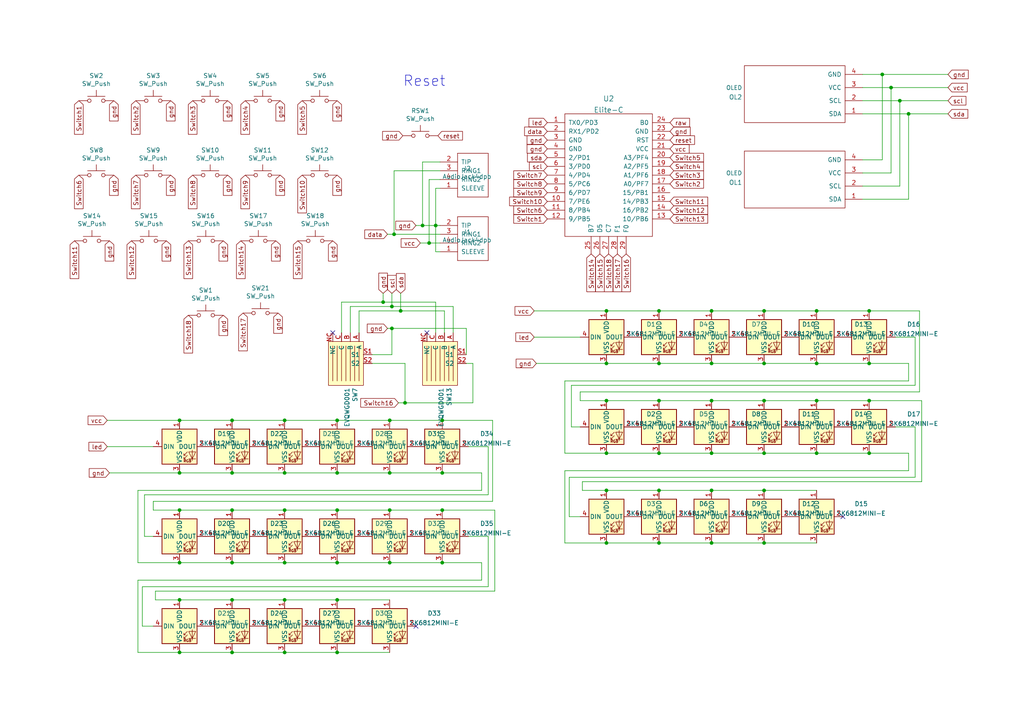
<source format=kicad_sch>
(kicad_sch (version 20211123) (generator eeschema)

  (uuid 4e66a44f-7fa6-4e16-bf9b-62ec864301a5)

  (paper "A4")

  (title_block
    (title "Sweep V2")
    (date "2021-03-10")
    (rev "0.1")
    (company "broomlabs")
  )

  (lib_symbols
    (symbol "Switch:SW_Push" (pin_numbers hide) (pin_names (offset 1.016) hide) (in_bom yes) (on_board yes)
      (property "Reference" "SW" (id 0) (at 1.27 2.54 0)
        (effects (font (size 1.27 1.27)) (justify left))
      )
      (property "Value" "SW_Push" (id 1) (at 0 -1.524 0)
        (effects (font (size 1.27 1.27)))
      )
      (property "Footprint" "" (id 2) (at 0 5.08 0)
        (effects (font (size 1.27 1.27)) hide)
      )
      (property "Datasheet" "~" (id 3) (at 0 5.08 0)
        (effects (font (size 1.27 1.27)) hide)
      )
      (property "ki_keywords" "switch normally-open pushbutton push-button" (id 4) (at 0 0 0)
        (effects (font (size 1.27 1.27)) hide)
      )
      (property "ki_description" "Push button switch, generic, two pins" (id 5) (at 0 0 0)
        (effects (font (size 1.27 1.27)) hide)
      )
      (symbol "SW_Push_0_1"
        (circle (center -2.032 0) (radius 0.508)
          (stroke (width 0) (type default) (color 0 0 0 0))
          (fill (type none))
        )
        (polyline
          (pts
            (xy 0 1.27)
            (xy 0 3.048)
          )
          (stroke (width 0) (type default) (color 0 0 0 0))
          (fill (type none))
        )
        (polyline
          (pts
            (xy 2.54 1.27)
            (xy -2.54 1.27)
          )
          (stroke (width 0) (type default) (color 0 0 0 0))
          (fill (type none))
        )
        (circle (center 2.032 0) (radius 0.508)
          (stroke (width 0) (type default) (color 0 0 0 0))
          (fill (type none))
        )
        (pin passive line (at -5.08 0 0) (length 2.54)
          (name "1" (effects (font (size 1.27 1.27))))
          (number "1" (effects (font (size 1.27 1.27))))
        )
        (pin passive line (at 5.08 0 180) (length 2.54)
          (name "2" (effects (font (size 1.27 1.27))))
          (number "2" (effects (font (size 1.27 1.27))))
        )
      )
    )
    (symbol "barobord:EVQWGD001" (pin_names (offset 1.016)) (in_bom yes) (on_board yes)
      (property "Reference" "SW" (id 0) (at 3.81 6.35 0)
        (effects (font (size 1.27 1.27)))
      )
      (property "Value" "EVQWGD001" (id 1) (at 0 -8.89 0)
        (effects (font (size 1.27 1.27)))
      )
      (property "Footprint" "" (id 2) (at 0 0 0)
        (effects (font (size 1.27 1.27)) hide)
      )
      (property "Datasheet" "" (id 3) (at 0 0 0)
        (effects (font (size 1.27 1.27)) hide)
      )
      (symbol "EVQWGD001_0_1"
        (rectangle (start -6.35 3.81) (end 6.35 -6.35)
          (stroke (width 0) (type default) (color 0 0 0 0))
          (fill (type background))
        )
        (polyline
          (pts
            (xy -5.08 -5.08)
            (xy 5.08 -5.08)
          )
          (stroke (width 0) (type default) (color 0 0 0 0))
          (fill (type none))
        )
        (polyline
          (pts
            (xy -5.08 -3.81)
            (xy 5.08 -3.81)
          )
          (stroke (width 0) (type default) (color 0 0 0 0))
          (fill (type none))
        )
        (polyline
          (pts
            (xy -5.08 -2.54)
            (xy 5.08 -2.54)
          )
          (stroke (width 0) (type default) (color 0 0 0 0))
          (fill (type none))
        )
        (polyline
          (pts
            (xy -5.08 -1.27)
            (xy 5.08 -1.27)
          )
          (stroke (width 0) (type default) (color 0 0 0 0))
          (fill (type none))
        )
        (polyline
          (pts
            (xy -5.08 0)
            (xy 5.08 0)
          )
          (stroke (width 0) (type default) (color 0 0 0 0))
          (fill (type none))
        )
        (polyline
          (pts
            (xy -5.08 1.27)
            (xy 5.08 1.27)
          )
          (stroke (width 0) (type default) (color 0 0 0 0))
          (fill (type none))
        )
        (polyline
          (pts
            (xy -5.08 2.54)
            (xy 5.08 2.54)
          )
          (stroke (width 0) (type default) (color 0 0 0 0))
          (fill (type none))
        )
      )
      (symbol "EVQWGD001_1_1"
        (pin output line (at -8.89 2.54 0) (length 2.54)
          (name "A" (effects (font (size 1.27 1.27))))
          (number "A" (effects (font (size 1.27 1.27))))
        )
        (pin output line (at -8.89 0 0) (length 2.54)
          (name "B" (effects (font (size 1.27 1.27))))
          (number "B" (effects (font (size 1.27 1.27))))
        )
        (pin passive line (at -8.89 -2.54 0) (length 2.54)
          (name "C" (effects (font (size 1.27 1.27))))
          (number "C" (effects (font (size 1.27 1.27))))
        )
        (pin unspecified line (at -8.89 -5.08 0) (length 2.54)
          (name "NC" (effects (font (size 1.27 1.27))))
          (number "NC" (effects (font (size 1.27 1.27))))
        )
        (pin output line (at -2.54 6.35 270) (length 2.54)
          (name "S1" (effects (font (size 1.27 1.27))))
          (number "S1" (effects (font (size 1.27 1.27))))
        )
        (pin output line (at 0 6.35 270) (length 2.54)
          (name "S2" (effects (font (size 1.27 1.27))))
          (number "S2" (effects (font (size 1.27 1.27))))
        )
      )
    )
    (symbol "kbd:OLED" (pin_names (offset 1.016)) (in_bom yes) (on_board yes)
      (property "Reference" "OL" (id 0) (at 0 2.54 0)
        (effects (font (size 1.2954 1.2954)))
      )
      (property "Value" "OLED" (id 1) (at 0 -1.27 0)
        (effects (font (size 1.1938 1.1938)))
      )
      (property "Footprint" "" (id 2) (at 0 2.54 0)
        (effects (font (size 1.524 1.524)) hide)
      )
      (property "Datasheet" "" (id 3) (at 0 2.54 0)
        (effects (font (size 1.524 1.524)) hide)
      )
      (symbol "OLED_0_1"
        (rectangle (start -13.97 8.89) (end 15.24 -7.62)
          (stroke (width 0) (type default) (color 0 0 0 0))
          (fill (type none))
        )
      )
      (symbol "OLED_1_1"
        (pin bidirectional line (at -19.05 6.35 0) (length 5.08)
          (name "SDA" (effects (font (size 1.27 1.27))))
          (number "1" (effects (font (size 1.27 1.27))))
        )
        (pin bidirectional line (at -19.05 2.54 0) (length 5.08)
          (name "SCL" (effects (font (size 1.27 1.27))))
          (number "2" (effects (font (size 1.27 1.27))))
        )
        (pin power_in line (at -19.05 -1.27 0) (length 5.08)
          (name "VCC" (effects (font (size 1.27 1.27))))
          (number "3" (effects (font (size 1.27 1.27))))
        )
        (pin power_in line (at -19.05 -5.08 0) (length 5.08)
          (name "GND" (effects (font (size 1.27 1.27))))
          (number "4" (effects (font (size 1.27 1.27))))
        )
      )
    )
    (symbol "keebio:Elite-C" (pin_names (offset 1.016)) (in_bom yes) (on_board yes)
      (property "Reference" "U" (id 0) (at 0 0 0)
        (effects (font (size 1.524 1.524)))
      )
      (property "Value" "Elite-C" (id 1) (at 0 2.54 0)
        (effects (font (size 1.524 1.524)))
      )
      (property "Footprint" "" (id 2) (at 26.67 -63.5 90)
        (effects (font (size 1.524 1.524)) hide)
      )
      (property "Datasheet" "" (id 3) (at 26.67 -63.5 90)
        (effects (font (size 1.524 1.524)) hide)
      )
      (symbol "Elite-C_0_1"
        (rectangle (start 12.7 -19.05) (end -12.7 16.51)
          (stroke (width 0) (type default) (color 0 0 0 0))
          (fill (type none))
        )
      )
      (symbol "Elite-C_1_1"
        (pin input line (at -17.78 13.97 0) (length 5.08)
          (name "TX0/PD3" (effects (font (size 1.27 1.27))))
          (number "1" (effects (font (size 1.27 1.27))))
        )
        (pin input line (at -17.78 -8.89 0) (length 5.08)
          (name "7/PE6" (effects (font (size 1.27 1.27))))
          (number "10" (effects (font (size 1.27 1.27))))
        )
        (pin input line (at -17.78 -11.43 0) (length 5.08)
          (name "8/PB4" (effects (font (size 1.27 1.27))))
          (number "11" (effects (font (size 1.27 1.27))))
        )
        (pin input line (at -17.78 -13.97 0) (length 5.08)
          (name "9/PB5" (effects (font (size 1.27 1.27))))
          (number "12" (effects (font (size 1.27 1.27))))
        )
        (pin input line (at 17.78 -13.97 180) (length 5.08)
          (name "10/PB6" (effects (font (size 1.27 1.27))))
          (number "13" (effects (font (size 1.27 1.27))))
        )
        (pin input line (at 17.78 -11.43 180) (length 5.08)
          (name "16/PB2" (effects (font (size 1.27 1.27))))
          (number "14" (effects (font (size 1.27 1.27))))
        )
        (pin input line (at 17.78 -8.89 180) (length 5.08)
          (name "14/PB3" (effects (font (size 1.27 1.27))))
          (number "15" (effects (font (size 1.27 1.27))))
        )
        (pin input line (at 17.78 -6.35 180) (length 5.08)
          (name "15/PB1" (effects (font (size 1.27 1.27))))
          (number "16" (effects (font (size 1.27 1.27))))
        )
        (pin input line (at 17.78 -3.81 180) (length 5.08)
          (name "A0/PF7" (effects (font (size 1.27 1.27))))
          (number "17" (effects (font (size 1.27 1.27))))
        )
        (pin input line (at 17.78 -1.27 180) (length 5.08)
          (name "A1/PF6" (effects (font (size 1.27 1.27))))
          (number "18" (effects (font (size 1.27 1.27))))
        )
        (pin input line (at 17.78 1.27 180) (length 5.08)
          (name "A2/PF5" (effects (font (size 1.27 1.27))))
          (number "19" (effects (font (size 1.27 1.27))))
        )
        (pin input line (at -17.78 11.43 0) (length 5.08)
          (name "RX1/PD2" (effects (font (size 1.27 1.27))))
          (number "2" (effects (font (size 1.27 1.27))))
        )
        (pin input line (at 17.78 3.81 180) (length 5.08)
          (name "A3/PF4" (effects (font (size 1.27 1.27))))
          (number "20" (effects (font (size 1.27 1.27))))
        )
        (pin input line (at 17.78 6.35 180) (length 5.08)
          (name "VCC" (effects (font (size 1.27 1.27))))
          (number "21" (effects (font (size 1.27 1.27))))
        )
        (pin input line (at 17.78 8.89 180) (length 5.08)
          (name "RST" (effects (font (size 1.27 1.27))))
          (number "22" (effects (font (size 1.27 1.27))))
        )
        (pin input line (at 17.78 11.43 180) (length 5.08)
          (name "GND" (effects (font (size 1.27 1.27))))
          (number "23" (effects (font (size 1.27 1.27))))
        )
        (pin input line (at 17.78 13.97 180) (length 5.08)
          (name "B0" (effects (font (size 1.27 1.27))))
          (number "24" (effects (font (size 1.27 1.27))))
        )
        (pin input line (at -5.08 -24.13 90) (length 5.08)
          (name "B7" (effects (font (size 1.27 1.27))))
          (number "25" (effects (font (size 1.27 1.27))))
        )
        (pin input line (at -2.54 -24.13 90) (length 5.08)
          (name "D5" (effects (font (size 1.27 1.27))))
          (number "26" (effects (font (size 1.27 1.27))))
        )
        (pin input line (at 0 -24.13 90) (length 5.08)
          (name "C7" (effects (font (size 1.27 1.27))))
          (number "27" (effects (font (size 1.27 1.27))))
        )
        (pin input line (at 2.54 -24.13 90) (length 5.08)
          (name "F1" (effects (font (size 1.27 1.27))))
          (number "28" (effects (font (size 1.27 1.27))))
        )
        (pin input line (at 5.08 -24.13 90) (length 5.08)
          (name "F0" (effects (font (size 1.27 1.27))))
          (number "29" (effects (font (size 1.27 1.27))))
        )
        (pin input line (at -17.78 8.89 0) (length 5.08)
          (name "GND" (effects (font (size 1.27 1.27))))
          (number "3" (effects (font (size 1.27 1.27))))
        )
        (pin input line (at -17.78 6.35 0) (length 5.08)
          (name "GND" (effects (font (size 1.27 1.27))))
          (number "4" (effects (font (size 1.27 1.27))))
        )
        (pin input line (at -17.78 3.81 0) (length 5.08)
          (name "2/PD1" (effects (font (size 1.27 1.27))))
          (number "5" (effects (font (size 1.27 1.27))))
        )
        (pin input line (at -17.78 1.27 0) (length 5.08)
          (name "3/PD0" (effects (font (size 1.27 1.27))))
          (number "6" (effects (font (size 1.27 1.27))))
        )
        (pin input line (at -17.78 -1.27 0) (length 5.08)
          (name "4/PD4" (effects (font (size 1.27 1.27))))
          (number "7" (effects (font (size 1.27 1.27))))
        )
        (pin input line (at -17.78 -3.81 0) (length 5.08)
          (name "5/PC6" (effects (font (size 1.27 1.27))))
          (number "8" (effects (font (size 1.27 1.27))))
        )
        (pin input line (at -17.78 -6.35 0) (length 5.08)
          (name "6/PD7" (effects (font (size 1.27 1.27))))
          (number "9" (effects (font (size 1.27 1.27))))
        )
      )
    )
    (symbol "keebio:TRRS" (pin_names (offset 1.016)) (in_bom yes) (on_board yes)
      (property "Reference" "U" (id 0) (at 0 15.24 0)
        (effects (font (size 1.524 1.524)))
      )
      (property "Value" "TRRS" (id 1) (at 0 -2.54 0)
        (effects (font (size 1.524 1.524)))
      )
      (property "Footprint" "" (id 2) (at 3.81 0 0)
        (effects (font (size 1.524 1.524)) hide)
      )
      (property "Datasheet" "" (id 3) (at 3.81 0 0)
        (effects (font (size 1.524 1.524)) hide)
      )
      (symbol "TRRS_0_1"
        (rectangle (start -3.81 0) (end -3.81 12.7)
          (stroke (width 0) (type default) (color 0 0 0 0))
          (fill (type none))
        )
        (rectangle (start -3.81 12.7) (end 5.08 12.7)
          (stroke (width 0) (type default) (color 0 0 0 0))
          (fill (type none))
        )
        (rectangle (start 5.08 0) (end -3.81 0)
          (stroke (width 0) (type default) (color 0 0 0 0))
          (fill (type none))
        )
        (rectangle (start 5.08 12.7) (end 5.08 0)
          (stroke (width 0) (type default) (color 0 0 0 0))
          (fill (type none))
        )
      )
      (symbol "TRRS_1_1"
        (pin input line (at -8.89 2.54 0) (length 5.08)
          (name "SLEEVE" (effects (font (size 1.27 1.27))))
          (number "1" (effects (font (size 1.27 1.27))))
        )
        (pin input line (at -8.89 10.16 0) (length 5.08)
          (name "TIP" (effects (font (size 1.27 1.27))))
          (number "2" (effects (font (size 1.27 1.27))))
        )
        (pin input line (at -8.89 7.62 0) (length 5.08)
          (name "RING1" (effects (font (size 1.27 1.27))))
          (number "3" (effects (font (size 1.27 1.27))))
        )
        (pin input line (at -8.89 5.08 0) (length 5.08)
          (name "RING2" (effects (font (size 1.27 1.27))))
          (number "4" (effects (font (size 1.27 1.27))))
        )
      )
    )
    (symbol "kicad-keyboard-parts:SK6812MINI-E" (pin_names (offset 0.254)) (in_bom yes) (on_board yes)
      (property "Reference" "D" (id 0) (at 5.08 5.715 0)
        (effects (font (size 1.27 1.27)) (justify right bottom))
      )
      (property "Value" "SK6812MINI-E" (id 1) (at 1.27 -5.715 0)
        (effects (font (size 1.27 1.27)) (justify left top))
      )
      (property "Footprint" "kicad-keyboard-parts:MX_SK6812MINI-E" (id 2) (at 1.27 -7.62 0)
        (effects (font (size 1.27 1.27)) (justify left top) hide)
      )
      (property "Datasheet" "https://cdn-shop.adafruit.com/product-files/2686/SK6812MINI_REV.01-1-2.pdf" (id 3) (at 2.54 -9.525 0)
        (effects (font (size 1.27 1.27)) (justify left top) hide)
      )
      (property "ki_keywords" "RGB LED NeoPixel Mini addressable" (id 4) (at 0 0 0)
        (effects (font (size 1.27 1.27)) hide)
      )
      (property "ki_description" "Reverse-mount RGB LED with integrated controller" (id 5) (at 0 0 0)
        (effects (font (size 1.27 1.27)) hide)
      )
      (property "ki_fp_filters" "LED*SK6812MINI*PLCC*3.5x3.5mm*P1.75mm*" (id 6) (at 0 0 0)
        (effects (font (size 1.27 1.27)) hide)
      )
      (symbol "SK6812MINI-E_0_0"
        (text "RGB" (at 2.286 -4.191 0)
          (effects (font (size 0.762 0.762)))
        )
      )
      (symbol "SK6812MINI-E_0_1"
        (polyline
          (pts
            (xy 1.27 -3.556)
            (xy 1.778 -3.556)
          )
          (stroke (width 0) (type default) (color 0 0 0 0))
          (fill (type none))
        )
        (polyline
          (pts
            (xy 1.27 -2.54)
            (xy 1.778 -2.54)
          )
          (stroke (width 0) (type default) (color 0 0 0 0))
          (fill (type none))
        )
        (polyline
          (pts
            (xy 4.699 -3.556)
            (xy 2.667 -3.556)
          )
          (stroke (width 0) (type default) (color 0 0 0 0))
          (fill (type none))
        )
        (polyline
          (pts
            (xy 2.286 -2.54)
            (xy 1.27 -3.556)
            (xy 1.27 -3.048)
          )
          (stroke (width 0) (type default) (color 0 0 0 0))
          (fill (type none))
        )
        (polyline
          (pts
            (xy 2.286 -1.524)
            (xy 1.27 -2.54)
            (xy 1.27 -2.032)
          )
          (stroke (width 0) (type default) (color 0 0 0 0))
          (fill (type none))
        )
        (polyline
          (pts
            (xy 3.683 -1.016)
            (xy 3.683 -3.556)
            (xy 3.683 -4.064)
          )
          (stroke (width 0) (type default) (color 0 0 0 0))
          (fill (type none))
        )
        (polyline
          (pts
            (xy 4.699 -1.524)
            (xy 2.667 -1.524)
            (xy 3.683 -3.556)
            (xy 4.699 -1.524)
          )
          (stroke (width 0) (type default) (color 0 0 0 0))
          (fill (type none))
        )
        (rectangle (start 5.08 5.08) (end -5.08 -5.08)
          (stroke (width 0.254) (type default) (color 0 0 0 0))
          (fill (type background))
        )
      )
      (symbol "SK6812MINI-E_1_1"
        (pin power_in line (at 0 7.62 270) (length 2.54)
          (name "VDD" (effects (font (size 1.27 1.27))))
          (number "1" (effects (font (size 1.27 1.27))))
        )
        (pin output line (at 7.62 0 180) (length 2.54)
          (name "DOUT" (effects (font (size 1.27 1.27))))
          (number "2" (effects (font (size 1.27 1.27))))
        )
        (pin power_in line (at 0 -7.62 90) (length 2.54)
          (name "VSS" (effects (font (size 1.27 1.27))))
          (number "3" (effects (font (size 1.27 1.27))))
        )
        (pin input line (at -7.62 0 0) (length 2.54)
          (name "DIN" (effects (font (size 1.27 1.27))))
          (number "4" (effects (font (size 1.27 1.27))))
        )
      )
    )
  )

  (junction (at 128.27 147.955) (diameter 0) (color 0 0 0 0)
    (uuid 073c38a1-e205-4b4d-bf76-9be9548380f5)
  )
  (junction (at 97.79 173.99) (diameter 0) (color 0 0 0 0)
    (uuid 088247b8-287d-420a-8adc-98807fe5f101)
  )
  (junction (at 252.095 90.17) (diameter 0) (color 0 0 0 0)
    (uuid 0be210f7-6558-44fc-b57f-956eebc43f10)
  )
  (junction (at 82.55 163.195) (diameter 0) (color 0 0 0 0)
    (uuid 108b5d8f-cde6-4f81-9292-9a9fb4539690)
  )
  (junction (at 117.475 116.84) (diameter 0) (color 0 0 0 0)
    (uuid 120b13dd-d8b9-4669-a4c9-c70721311704)
  )
  (junction (at 52.07 173.99) (diameter 0) (color 0 0 0 0)
    (uuid 141585cb-c135-42e7-9682-e72b69962c4c)
  )
  (junction (at 175.895 116.205) (diameter 0) (color 0 0 0 0)
    (uuid 1a4cb053-80ab-44cb-9fbd-90071a29949a)
  )
  (junction (at 255.905 21.59) (diameter 0) (color 0 0 0 0)
    (uuid 1bfd69b2-b339-467d-add1-c6c151f377c2)
  )
  (junction (at 82.55 121.92) (diameter 0) (color 0 0 0 0)
    (uuid 1ce607c8-9a43-431b-8d41-54213e095265)
  )
  (junction (at 236.855 90.17) (diameter 0) (color 0 0 0 0)
    (uuid 2323b038-772a-49f6-977f-7fc8a4024691)
  )
  (junction (at 236.855 105.41) (diameter 0) (color 0 0 0 0)
    (uuid 245c5e28-ce0b-45a8-8d58-a2a7c0168cbb)
  )
  (junction (at 113.03 137.16) (diameter 0) (color 0 0 0 0)
    (uuid 25cc8556-5be4-41ee-b708-0dec7376f32c)
  )
  (junction (at 252.095 105.41) (diameter 0) (color 0 0 0 0)
    (uuid 28e94923-e4a6-4da7-bfa9-751a2515e458)
  )
  (junction (at 206.375 90.17) (diameter 0) (color 0 0 0 0)
    (uuid 2fc5fa35-7878-4e6c-9fce-36ad1f0cba1f)
  )
  (junction (at 206.375 105.41) (diameter 0) (color 0 0 0 0)
    (uuid 30db849c-7585-49eb-a50e-9963a732f7bc)
  )
  (junction (at 128.27 121.92) (diameter 0) (color 0 0 0 0)
    (uuid 3178dd91-7ef9-40da-be24-423871b29493)
  )
  (junction (at 97.79 137.16) (diameter 0) (color 0 0 0 0)
    (uuid 31aacfbc-f554-484c-a0ce-9383a70d2e5d)
  )
  (junction (at 191.135 105.41) (diameter 0) (color 0 0 0 0)
    (uuid 39daef11-6dcc-4d8a-ba65-d4a98a816726)
  )
  (junction (at 128.27 137.16) (diameter 0) (color 0 0 0 0)
    (uuid 3a81fa45-6413-401f-b396-4bc414b54059)
  )
  (junction (at 67.31 147.955) (diameter 0) (color 0 0 0 0)
    (uuid 3b21b342-e667-4fb5-81cf-9567705ab3a0)
  )
  (junction (at 67.31 163.195) (diameter 0) (color 0 0 0 0)
    (uuid 467caea7-4352-4e09-a7b0-2e967019edf8)
  )
  (junction (at 175.895 90.17) (diameter 0) (color 0 0 0 0)
    (uuid 479c7689-426c-4296-b0f4-db7f39725989)
  )
  (junction (at 191.135 90.17) (diameter 0) (color 0 0 0 0)
    (uuid 497289d5-ce33-40a3-9985-14598bc48b06)
  )
  (junction (at 191.135 142.24) (diameter 0) (color 0 0 0 0)
    (uuid 4fff1bad-88ef-4069-8a64-d69f1bdccdca)
  )
  (junction (at 206.375 131.445) (diameter 0) (color 0 0 0 0)
    (uuid 53a83aa1-e773-4d30-bcb4-448ff5f63368)
  )
  (junction (at 175.895 105.41) (diameter 0) (color 0 0 0 0)
    (uuid 56245fd1-34e5-4aaa-8ff3-fd9881d1de70)
  )
  (junction (at 124.46 70.485) (diameter 0) (color 0 0 0 0)
    (uuid 574ffb8d-a830-478d-9be7-2b0ec1bbd7db)
  )
  (junction (at 97.79 121.92) (diameter 0) (color 0 0 0 0)
    (uuid 5eb164d6-cdc6-4bb5-978f-15cd2c6ffa7d)
  )
  (junction (at 221.615 157.48) (diameter 0) (color 0 0 0 0)
    (uuid 5fa04f7a-9d82-4d3b-802f-36a613735c16)
  )
  (junction (at 221.615 116.205) (diameter 0) (color 0 0 0 0)
    (uuid 607413f4-2598-4655-b9e3-3be2c1dccc3e)
  )
  (junction (at 263.525 33.02) (diameter 0) (color 0 0 0 0)
    (uuid 60a42165-2541-43b9-b188-fe73f4ef4a04)
  )
  (junction (at 52.07 163.195) (diameter 0) (color 0 0 0 0)
    (uuid 61fd2cbf-6c6d-49ae-ac27-286bdf454629)
  )
  (junction (at 221.615 142.24) (diameter 0) (color 0 0 0 0)
    (uuid 694adcfd-f805-48da-8e95-1a6640cb9438)
  )
  (junction (at 206.375 116.205) (diameter 0) (color 0 0 0 0)
    (uuid 6b39e37c-d362-4103-895d-cdbe5d372446)
  )
  (junction (at 52.07 147.955) (diameter 0) (color 0 0 0 0)
    (uuid 6d2d8a05-b77f-4741-a16a-4d154bad08c5)
  )
  (junction (at 113.665 95.25) (diameter 0) (color 0 0 0 0)
    (uuid 6e0fdea7-6c7a-4439-8e09-e0ace6d381db)
  )
  (junction (at 260.985 29.21) (diameter 0) (color 0 0 0 0)
    (uuid 7111a20e-201b-467b-ae7d-f00f3f0fa6dc)
  )
  (junction (at 82.55 189.23) (diameter 0) (color 0 0 0 0)
    (uuid 71e25ee1-decc-4126-b3e2-50d07b890278)
  )
  (junction (at 52.07 137.16) (diameter 0) (color 0 0 0 0)
    (uuid 71fda9ee-5360-4ce1-b83f-76c04177628f)
  )
  (junction (at 52.07 189.23) (diameter 0) (color 0 0 0 0)
    (uuid 73d60681-0f86-46e2-8810-2b017586d747)
  )
  (junction (at 113.03 163.195) (diameter 0) (color 0 0 0 0)
    (uuid 7563172e-f3c1-4d0f-aef5-7b0f58441683)
  )
  (junction (at 111.125 87.63) (diameter 0) (color 0 0 0 0)
    (uuid 75a03afa-2108-4218-9c0b-14358c3e9414)
  )
  (junction (at 175.895 142.24) (diameter 0) (color 0 0 0 0)
    (uuid 771d5038-379a-4be0-a33c-6a5fd3d1299c)
  )
  (junction (at 52.07 121.92) (diameter 0) (color 0 0 0 0)
    (uuid 78fdfe46-b24d-4ae8-86d9-c482ce0128e7)
  )
  (junction (at 114.3 67.945) (diameter 0) (color 0 0 0 0)
    (uuid 7acd09fc-733f-407a-a536-0ecf161725d2)
  )
  (junction (at 175.895 131.445) (diameter 0) (color 0 0 0 0)
    (uuid 7db0fa8b-5886-4636-88ba-284e2c926cd1)
  )
  (junction (at 82.55 137.16) (diameter 0) (color 0 0 0 0)
    (uuid 81289667-fe1b-4add-822c-27e9e1108dd9)
  )
  (junction (at 82.55 173.99) (diameter 0) (color 0 0 0 0)
    (uuid 85e59047-6f78-43b1-99a1-859214228aee)
  )
  (junction (at 175.895 157.48) (diameter 0) (color 0 0 0 0)
    (uuid 95f20e75-1e0c-4fd0-b184-e3d9eedb43f0)
  )
  (junction (at 67.31 189.23) (diameter 0) (color 0 0 0 0)
    (uuid 968df00c-c226-4255-b75c-ef73ad18be5c)
  )
  (junction (at 116.205 90.17) (diameter 0) (color 0 0 0 0)
    (uuid 976de9cd-ee75-4493-b747-928b2b5945f2)
  )
  (junction (at 236.855 116.205) (diameter 0) (color 0 0 0 0)
    (uuid 99cbd01f-a650-4fad-af2b-c9b9cacf8672)
  )
  (junction (at 191.135 116.205) (diameter 0) (color 0 0 0 0)
    (uuid 9c659440-ceaa-48d7-aff1-08ac8ed87f45)
  )
  (junction (at 191.135 131.445) (diameter 0) (color 0 0 0 0)
    (uuid 9c9f73d5-afb5-4130-9c0d-85c0fed18eb6)
  )
  (junction (at 113.03 147.955) (diameter 0) (color 0 0 0 0)
    (uuid 9efb04e4-bbe9-4ec9-a8d7-1bd14f1d00b6)
  )
  (junction (at 206.375 157.48) (diameter 0) (color 0 0 0 0)
    (uuid a2b7f724-ab84-4162-a46c-674dbbad6d30)
  )
  (junction (at 221.615 131.445) (diameter 0) (color 0 0 0 0)
    (uuid a6cf04e7-e006-4473-9d1f-496c4bf35062)
  )
  (junction (at 252.095 131.445) (diameter 0) (color 0 0 0 0)
    (uuid aef0bdcb-ad63-4c9b-9079-a227a72199da)
  )
  (junction (at 97.79 163.195) (diameter 0) (color 0 0 0 0)
    (uuid b1ebadd5-92a4-4f87-8c55-fd6a6a4626c1)
  )
  (junction (at 191.135 157.48) (diameter 0) (color 0 0 0 0)
    (uuid b2a3396f-bcdb-48cb-817b-485c7aa52716)
  )
  (junction (at 113.03 121.92) (diameter 0) (color 0 0 0 0)
    (uuid b38b86ee-8e0e-4641-b180-91dbb9183365)
  )
  (junction (at 97.79 147.955) (diameter 0) (color 0 0 0 0)
    (uuid b64200b0-00fe-4ddb-8ebb-fc63f11e2cbb)
  )
  (junction (at 258.445 25.4) (diameter 0) (color 0 0 0 0)
    (uuid b9eedcbb-1428-4610-9d5b-078870142405)
  )
  (junction (at 221.615 90.17) (diameter 0) (color 0 0 0 0)
    (uuid be5da081-e879-48d3-ac40-21ef622cb2ff)
  )
  (junction (at 122.555 65.405) (diameter 0) (color 0 0 0 0)
    (uuid c40ef432-538e-42a3-b7f5-69844311a71b)
  )
  (junction (at 221.615 105.41) (diameter 0) (color 0 0 0 0)
    (uuid d56498a9-20e9-40f5-86ef-d8a96240d5f4)
  )
  (junction (at 128.27 163.195) (diameter 0) (color 0 0 0 0)
    (uuid d7ecd151-4f90-466a-a242-bcf7299ea774)
  )
  (junction (at 82.55 147.955) (diameter 0) (color 0 0 0 0)
    (uuid d85e0559-00bb-4b65-8c45-49153fa365cb)
  )
  (junction (at 67.31 121.92) (diameter 0) (color 0 0 0 0)
    (uuid d973372d-2672-4bc7-a088-3d7a57959da4)
  )
  (junction (at 67.31 173.99) (diameter 0) (color 0 0 0 0)
    (uuid ea64db8c-8758-401f-95fc-c0a7df08f053)
  )
  (junction (at 236.855 131.445) (diameter 0) (color 0 0 0 0)
    (uuid ea90f293-ea3a-4c61-a7bb-7e037285a8e5)
  )
  (junction (at 97.79 189.23) (diameter 0) (color 0 0 0 0)
    (uuid f60b6145-9474-49a6-a49b-7e70bc79e7b5)
  )
  (junction (at 206.375 142.24) (diameter 0) (color 0 0 0 0)
    (uuid f630ea80-3a3d-49c8-a47b-9d9f3134811d)
  )
  (junction (at 252.095 116.205) (diameter 0) (color 0 0 0 0)
    (uuid f87e827d-850e-4d25-b6f2-590e552fcd1a)
  )
  (junction (at 67.31 137.16) (diameter 0) (color 0 0 0 0)
    (uuid f981967a-2522-4a6e-9b41-44b113548390)
  )
  (junction (at 126.365 65.405) (diameter 0) (color 0 0 0 0)
    (uuid fe598517-426c-4b1b-afd9-40808bde7c49)
  )
  (junction (at 113.665 88.9) (diameter 0) (color 0 0 0 0)
    (uuid feee1137-6ecd-4c55-b464-19b9d0412fd8)
  )

  (no_connect (at 120.65 181.61) (uuid 25fcb5e3-07ae-4d9f-9361-a05f16e4fd05))
  (no_connect (at 123.825 96.52) (uuid cee047c2-0b38-4ffc-947d-bb504fdd333a))
  (no_connect (at 244.475 149.86) (uuid d1998d17-2426-4210-860c-9c43b1a27094))
  (no_connect (at 96.52 96.52) (uuid ef6118ec-13a9-46ad-8004-8921a709a8fa))

  (wire (pts (xy 263.525 136.525) (xy 163.83 136.525))
    (stroke (width 0) (type default) (color 0 0 0 0))
    (uuid 08a19afd-1d35-4d3d-848a-48a759ad6e1d)
  )
  (wire (pts (xy 267.335 116.205) (xy 267.335 139.7))
    (stroke (width 0) (type default) (color 0 0 0 0))
    (uuid 0bef7216-de17-4903-ae40-563eae2fa2ad)
  )
  (wire (pts (xy 126.365 65.405) (xy 126.365 73.025))
    (stroke (width 0) (type default) (color 0 0 0 0))
    (uuid 0d750ff5-6e4a-4f18-ab53-9914557ab895)
  )
  (wire (pts (xy 99.06 87.63) (xy 99.06 96.52))
    (stroke (width 0) (type default) (color 0 0 0 0))
    (uuid 10445079-3bfa-4e89-8e14-aa99b55ee53f)
  )
  (wire (pts (xy 67.31 189.23) (xy 82.55 189.23))
    (stroke (width 0) (type default) (color 0 0 0 0))
    (uuid 10ea4642-e668-416e-bd36-cec33bfbdbea)
  )
  (wire (pts (xy 107.95 102.87) (xy 113.665 102.87))
    (stroke (width 0) (type default) (color 0 0 0 0))
    (uuid 11a8c5c7-6bc2-4b4b-95ae-9848a38ee44b)
  )
  (wire (pts (xy 206.375 131.445) (xy 221.615 131.445))
    (stroke (width 0) (type default) (color 0 0 0 0))
    (uuid 128ecc6c-6396-4883-84ed-b5087f589473)
  )
  (wire (pts (xy 113.03 137.16) (xy 128.27 137.16))
    (stroke (width 0) (type default) (color 0 0 0 0))
    (uuid 147111de-d0fa-45fb-b783-33f6f0ff0d8c)
  )
  (wire (pts (xy 141.605 155.575) (xy 141.605 170.18))
    (stroke (width 0) (type default) (color 0 0 0 0))
    (uuid 185894be-545c-461a-b107-0b24aff6ccb3)
  )
  (wire (pts (xy 112.395 67.945) (xy 114.3 67.945))
    (stroke (width 0) (type default) (color 0 0 0 0))
    (uuid 1abebed9-7eb5-4e59-aa13-a2dd0655a71c)
  )
  (wire (pts (xy 52.07 163.195) (xy 67.31 163.195))
    (stroke (width 0) (type default) (color 0 0 0 0))
    (uuid 1e0dfb2a-3f59-42ee-9942-944681ce94fb)
  )
  (wire (pts (xy 111.125 87.63) (xy 111.125 85.09))
    (stroke (width 0) (type default) (color 0 0 0 0))
    (uuid 1ffb6633-5b0b-4b93-9058-77fc4a8d3653)
  )
  (wire (pts (xy 126.365 87.63) (xy 111.125 87.63))
    (stroke (width 0) (type default) (color 0 0 0 0))
    (uuid 21181f1d-b9c1-4b45-81fe-2c6c65f5a033)
  )
  (wire (pts (xy 31.115 121.92) (xy 52.07 121.92))
    (stroke (width 0) (type default) (color 0 0 0 0))
    (uuid 2215f30b-7530-4637-b600-ef38beb9a501)
  )
  (wire (pts (xy 139.7 168.275) (xy 40.005 168.275))
    (stroke (width 0) (type default) (color 0 0 0 0))
    (uuid 2238a677-9230-47ca-a789-8f71760dc0d9)
  )
  (wire (pts (xy 274.955 33.02) (xy 263.525 33.02))
    (stroke (width 0) (type default) (color 0 0 0 0))
    (uuid 23633013-1f4a-4d66-af59-b08181f076fe)
  )
  (wire (pts (xy 259.715 97.79) (xy 265.43 97.79))
    (stroke (width 0) (type default) (color 0 0 0 0))
    (uuid 252aa25d-a452-4369-b98b-90217e06f1a6)
  )
  (wire (pts (xy 139.7 142.24) (xy 40.005 142.24))
    (stroke (width 0) (type default) (color 0 0 0 0))
    (uuid 266fea44-ad24-48f2-a076-6a0a5470f63a)
  )
  (wire (pts (xy 139.7 137.16) (xy 139.7 142.24))
    (stroke (width 0) (type default) (color 0 0 0 0))
    (uuid 2864b684-6bdb-44f7-950d-d64c5db78239)
  )
  (wire (pts (xy 97.79 189.23) (xy 113.03 189.23))
    (stroke (width 0) (type default) (color 0 0 0 0))
    (uuid 28bb6b8b-41e4-48c5-a60d-ba748f7601f0)
  )
  (wire (pts (xy 255.905 21.59) (xy 250.19 21.59))
    (stroke (width 0) (type default) (color 0 0 0 0))
    (uuid 2b3e6908-68df-4fec-b1c5-c7b50010ffb0)
  )
  (wire (pts (xy 113.665 102.87) (xy 113.665 95.25))
    (stroke (width 0) (type default) (color 0 0 0 0))
    (uuid 2b9330d7-ed83-45f7-b5e4-28c378e67b9a)
  )
  (wire (pts (xy 175.895 142.24) (xy 191.135 142.24))
    (stroke (width 0) (type default) (color 0 0 0 0))
    (uuid 2c3ecfc2-b2e0-4d86-8ebf-76520d0b4f4d)
  )
  (wire (pts (xy 113.03 121.92) (xy 128.27 121.92))
    (stroke (width 0) (type default) (color 0 0 0 0))
    (uuid 30311050-1b83-47b4-9c95-f645bf20de7c)
  )
  (wire (pts (xy 126.365 65.405) (xy 127.635 65.405))
    (stroke (width 0) (type default) (color 0 0 0 0))
    (uuid 3466c18c-df51-4df8-83c5-6acf1ce62e68)
  )
  (wire (pts (xy 265.43 138.43) (xy 165.1 138.43))
    (stroke (width 0) (type default) (color 0 0 0 0))
    (uuid 348a2dce-f018-43f3-a087-a0fc38e73ff8)
  )
  (wire (pts (xy 131.445 88.9) (xy 113.665 88.9))
    (stroke (width 0) (type default) (color 0 0 0 0))
    (uuid 35a82379-5303-492f-8ae4-e5fbae3620c6)
  )
  (wire (pts (xy 263.525 110.49) (xy 163.83 110.49))
    (stroke (width 0) (type default) (color 0 0 0 0))
    (uuid 378d5fdd-1661-4699-bbaf-4ebae3cc257e)
  )
  (wire (pts (xy 221.615 142.24) (xy 236.855 142.24))
    (stroke (width 0) (type default) (color 0 0 0 0))
    (uuid 37e68ac9-5376-432e-8b0a-0145f7f93d3b)
  )
  (wire (pts (xy 120.65 65.405) (xy 122.555 65.405))
    (stroke (width 0) (type default) (color 0 0 0 0))
    (uuid 387991a5-57c5-4323-9323-669144505f2c)
  )
  (wire (pts (xy 191.135 116.205) (xy 206.375 116.205))
    (stroke (width 0) (type default) (color 0 0 0 0))
    (uuid 3a3d7a3b-240a-4ba4-a344-bc19226935d0)
  )
  (wire (pts (xy 67.31 173.99) (xy 82.55 173.99))
    (stroke (width 0) (type default) (color 0 0 0 0))
    (uuid 3cbf9132-810c-4800-b89d-5bed79eaa6c2)
  )
  (wire (pts (xy 221.615 90.17) (xy 236.855 90.17))
    (stroke (width 0) (type default) (color 0 0 0 0))
    (uuid 40ef7d33-663a-42d5-ac05-df2329fd36c0)
  )
  (wire (pts (xy 41.91 155.575) (xy 44.45 155.575))
    (stroke (width 0) (type default) (color 0 0 0 0))
    (uuid 411d61d8-1335-429f-bf0e-eaeaaf9420a3)
  )
  (wire (pts (xy 104.14 90.17) (xy 116.205 90.17))
    (stroke (width 0) (type default) (color 0 0 0 0))
    (uuid 4366f32b-06a7-4099-afb9-41826781e9a6)
  )
  (wire (pts (xy 252.095 116.205) (xy 267.335 116.205))
    (stroke (width 0) (type default) (color 0 0 0 0))
    (uuid 4562484e-d849-49a7-beb0-d4b2dcddb323)
  )
  (wire (pts (xy 250.19 46.355) (xy 255.905 46.355))
    (stroke (width 0) (type default) (color 0 0 0 0))
    (uuid 483163a2-461c-499c-9e5e-08935a6aa0c2)
  )
  (wire (pts (xy 175.895 131.445) (xy 191.135 131.445))
    (stroke (width 0) (type default) (color 0 0 0 0))
    (uuid 49334b3d-6990-4a84-8088-0cfea786f6c8)
  )
  (wire (pts (xy 221.615 131.445) (xy 236.855 131.445))
    (stroke (width 0) (type default) (color 0 0 0 0))
    (uuid 49910c11-bf87-4ad8-a657-9a03916f880e)
  )
  (wire (pts (xy 260.985 29.21) (xy 250.19 29.21))
    (stroke (width 0) (type default) (color 0 0 0 0))
    (uuid 49ad42a2-d690-4377-98e5-1af57159b78a)
  )
  (wire (pts (xy 206.375 90.17) (xy 221.615 90.17))
    (stroke (width 0) (type default) (color 0 0 0 0))
    (uuid 4bcb09bb-6a7e-4fa2-b733-e4ce7361dc1f)
  )
  (wire (pts (xy 128.905 96.52) (xy 128.905 90.17))
    (stroke (width 0) (type default) (color 0 0 0 0))
    (uuid 4c311b48-b901-4813-b8d4-18fdf4b70fcd)
  )
  (wire (pts (xy 263.525 131.445) (xy 263.525 136.525))
    (stroke (width 0) (type default) (color 0 0 0 0))
    (uuid 50f6ee73-a575-433f-a6a4-7b91998a4ede)
  )
  (wire (pts (xy 163.83 131.445) (xy 175.895 131.445))
    (stroke (width 0) (type default) (color 0 0 0 0))
    (uuid 5104e50f-73a5-4f6a-8a59-99a12be23384)
  )
  (wire (pts (xy 114.3 49.53) (xy 114.3 67.945))
    (stroke (width 0) (type default) (color 0 0 0 0))
    (uuid 5190440c-dcd2-4f92-968f-8b00d9dc7724)
  )
  (wire (pts (xy 165.735 123.825) (xy 168.275 123.825))
    (stroke (width 0) (type default) (color 0 0 0 0))
    (uuid 5239456f-54dd-47ec-9b3e-56767a09e745)
  )
  (wire (pts (xy 82.55 163.195) (xy 97.79 163.195))
    (stroke (width 0) (type default) (color 0 0 0 0))
    (uuid 53bc766b-29ee-4362-aba8-a73a86ff1d98)
  )
  (wire (pts (xy 82.55 121.92) (xy 97.79 121.92))
    (stroke (width 0) (type default) (color 0 0 0 0))
    (uuid 56f85c0d-dadb-40f6-9977-f0f83c1b8e9b)
  )
  (wire (pts (xy 41.91 143.51) (xy 41.91 155.575))
    (stroke (width 0) (type default) (color 0 0 0 0))
    (uuid 578d7cd7-d6de-42a0-b621-6c1fecfd6f6c)
  )
  (wire (pts (xy 168.91 139.7) (xy 168.91 142.24))
    (stroke (width 0) (type default) (color 0 0 0 0))
    (uuid 59d0b0e2-d4c3-47ec-a6e2-78c8fd51a945)
  )
  (wire (pts (xy 206.375 116.205) (xy 221.615 116.205))
    (stroke (width 0) (type default) (color 0 0 0 0))
    (uuid 5aac1aa9-d456-420f-b6ab-92e4d95196ac)
  )
  (wire (pts (xy 82.55 189.23) (xy 97.79 189.23))
    (stroke (width 0) (type default) (color 0 0 0 0))
    (uuid 5baa5658-5073-4236-842e-e1399e78a6ba)
  )
  (wire (pts (xy 124.46 70.485) (xy 127.635 70.485))
    (stroke (width 0) (type default) (color 0 0 0 0))
    (uuid 5cffbdb9-5215-42f0-8d4b-7b277366d7b1)
  )
  (wire (pts (xy 82.55 173.99) (xy 97.79 173.99))
    (stroke (width 0) (type default) (color 0 0 0 0))
    (uuid 5f91d5d2-df5f-401e-abcf-4f1f37de97ef)
  )
  (wire (pts (xy 135.89 129.54) (xy 141.605 129.54))
    (stroke (width 0) (type default) (color 0 0 0 0))
    (uuid 6257d184-bd7d-4e8a-b10f-00c7ec9e5d40)
  )
  (wire (pts (xy 168.275 113.665) (xy 168.275 116.205))
    (stroke (width 0) (type default) (color 0 0 0 0))
    (uuid 62617efc-5b9a-405d-bfaf-ef263250f94b)
  )
  (wire (pts (xy 163.83 110.49) (xy 163.83 131.445))
    (stroke (width 0) (type default) (color 0 0 0 0))
    (uuid 63e8548c-9e3d-4277-a73a-6da23643b6bd)
  )
  (wire (pts (xy 175.895 157.48) (xy 191.135 157.48))
    (stroke (width 0) (type default) (color 0 0 0 0))
    (uuid 64d9cc55-3de4-4b20-b192-9d85eeee27d5)
  )
  (wire (pts (xy 67.31 121.92) (xy 82.55 121.92))
    (stroke (width 0) (type default) (color 0 0 0 0))
    (uuid 659a7b78-28bc-4363-ad1f-4d9117534dfd)
  )
  (wire (pts (xy 135.255 95.25) (xy 135.255 102.87))
    (stroke (width 0) (type default) (color 0 0 0 0))
    (uuid 65c20070-3b85-4fec-a7b9-9bf514c08121)
  )
  (wire (pts (xy 263.525 105.41) (xy 263.525 110.49))
    (stroke (width 0) (type default) (color 0 0 0 0))
    (uuid 677a5262-97d5-4caf-9e32-4dea46444b5d)
  )
  (wire (pts (xy 67.31 163.195) (xy 82.55 163.195))
    (stroke (width 0) (type default) (color 0 0 0 0))
    (uuid 69644086-c991-48a9-8cc7-28e8cb870875)
  )
  (wire (pts (xy 175.895 116.205) (xy 191.135 116.205))
    (stroke (width 0) (type default) (color 0 0 0 0))
    (uuid 6b90d9ef-7e2f-4fad-9614-fec46b2e667f)
  )
  (wire (pts (xy 117.475 105.41) (xy 117.475 116.84))
    (stroke (width 0) (type default) (color 0 0 0 0))
    (uuid 6c0f0321-e1f5-438f-855b-9d8c35c92881)
  )
  (wire (pts (xy 45.085 173.99) (xy 52.07 173.99))
    (stroke (width 0) (type default) (color 0 0 0 0))
    (uuid 6c648d72-ebf8-4e39-891f-35d9109a5f7d)
  )
  (wire (pts (xy 128.27 147.955) (xy 143.51 147.955))
    (stroke (width 0) (type default) (color 0 0 0 0))
    (uuid 6e51fdf7-4711-44ab-929b-f7eb46058aee)
  )
  (wire (pts (xy 113.03 163.195) (xy 128.27 163.195))
    (stroke (width 0) (type default) (color 0 0 0 0))
    (uuid 717f055e-34d1-4822-9576-62a0b52b171f)
  )
  (wire (pts (xy 82.55 137.16) (xy 97.79 137.16))
    (stroke (width 0) (type default) (color 0 0 0 0))
    (uuid 7204f6fb-2d83-40f9-bf15-b16f611c41f8)
  )
  (wire (pts (xy 191.135 131.445) (xy 206.375 131.445))
    (stroke (width 0) (type default) (color 0 0 0 0))
    (uuid 7294c6b1-45e4-4af5-bbce-0c8ccf41b968)
  )
  (wire (pts (xy 116.205 85.09) (xy 116.205 90.17))
    (stroke (width 0) (type default) (color 0 0 0 0))
    (uuid 7714400b-ba3b-4cd9-aa6e-61a335972a9a)
  )
  (wire (pts (xy 175.895 90.17) (xy 191.135 90.17))
    (stroke (width 0) (type default) (color 0 0 0 0))
    (uuid 78d34a69-deae-4d05-a9f3-db344a8aaf9d)
  )
  (wire (pts (xy 206.375 142.24) (xy 221.615 142.24))
    (stroke (width 0) (type default) (color 0 0 0 0))
    (uuid 791d60c3-aa7e-48c9-ad9d-6a7f1d5e62d6)
  )
  (wire (pts (xy 163.83 157.48) (xy 175.895 157.48))
    (stroke (width 0) (type default) (color 0 0 0 0))
    (uuid 7979a4ec-7f50-44b7-b839-a9377867e895)
  )
  (wire (pts (xy 113.665 95.25) (xy 135.255 95.25))
    (stroke (width 0) (type default) (color 0 0 0 0))
    (uuid 7b82408e-b7bc-4768-9a09-55185c840ee5)
  )
  (wire (pts (xy 258.445 50.165) (xy 258.445 25.4))
    (stroke (width 0) (type default) (color 0 0 0 0))
    (uuid 7c868da4-5c69-4bb1-89d0-befbf22d779e)
  )
  (wire (pts (xy 255.905 46.355) (xy 255.905 21.59))
    (stroke (width 0) (type default) (color 0 0 0 0))
    (uuid 7ca4e789-13c9-4c26-b524-9a8b280c7099)
  )
  (wire (pts (xy 52.07 121.92) (xy 67.31 121.92))
    (stroke (width 0) (type default) (color 0 0 0 0))
    (uuid 7f6bbb66-4e4a-401d-ab34-a55d8a6daaa0)
  )
  (wire (pts (xy 131.445 96.52) (xy 131.445 88.9))
    (stroke (width 0) (type default) (color 0 0 0 0))
    (uuid 8190472c-d1d9-4983-9b03-e113f779f753)
  )
  (wire (pts (xy 127.635 46.99) (xy 122.555 46.99))
    (stroke (width 0) (type default) (color 0 0 0 0))
    (uuid 83ccd1fe-fc72-4989-b878-c5f22a0b161c)
  )
  (wire (pts (xy 104.14 90.17) (xy 104.14 96.52))
    (stroke (width 0) (type default) (color 0 0 0 0))
    (uuid 84bea409-f70d-4204-934d-2a137aabe4bd)
  )
  (wire (pts (xy 165.1 138.43) (xy 165.1 149.86))
    (stroke (width 0) (type default) (color 0 0 0 0))
    (uuid 85267998-379c-42e2-a0fa-a4e7fdcb6201)
  )
  (wire (pts (xy 265.43 97.79) (xy 265.43 111.76))
    (stroke (width 0) (type default) (color 0 0 0 0))
    (uuid 8532f8ec-3cb9-4409-ab20-8549779471fd)
  )
  (wire (pts (xy 122.555 65.405) (xy 126.365 65.405))
    (stroke (width 0) (type default) (color 0 0 0 0))
    (uuid 86363ac0-329b-447e-873a-edd944810f2d)
  )
  (wire (pts (xy 127.635 54.61) (xy 126.365 54.61))
    (stroke (width 0) (type default) (color 0 0 0 0))
    (uuid 86df30ec-24cb-4ddf-9846-abb39a5c087c)
  )
  (wire (pts (xy 154.94 90.17) (xy 175.895 90.17))
    (stroke (width 0) (type default) (color 0 0 0 0))
    (uuid 89b699c1-c6ec-444b-a774-b0b091ccacb1)
  )
  (wire (pts (xy 221.615 105.41) (xy 236.855 105.41))
    (stroke (width 0) (type default) (color 0 0 0 0))
    (uuid 8ab79de4-e060-4782-ae25-a595508a953d)
  )
  (wire (pts (xy 165.735 111.76) (xy 165.735 123.825))
    (stroke (width 0) (type default) (color 0 0 0 0))
    (uuid 8ca04363-2ffc-46bc-8cfb-4ff478f6ab42)
  )
  (wire (pts (xy 126.365 54.61) (xy 126.365 65.405))
    (stroke (width 0) (type default) (color 0 0 0 0))
    (uuid 8e0ecffc-738a-4a22-81fd-73c8e9b0caa0)
  )
  (wire (pts (xy 155.575 105.41) (xy 175.895 105.41))
    (stroke (width 0) (type default) (color 0 0 0 0))
    (uuid 8e50d236-69c9-4062-b2dc-c27d45c83c5b)
  )
  (wire (pts (xy 154.94 97.79) (xy 168.275 97.79))
    (stroke (width 0) (type default) (color 0 0 0 0))
    (uuid 8eb735b9-1245-4cbe-bc98-fc6ea6255902)
  )
  (wire (pts (xy 266.7 113.665) (xy 168.275 113.665))
    (stroke (width 0) (type default) (color 0 0 0 0))
    (uuid 903c64ba-dd71-41c9-810a-39a8d0e5ee85)
  )
  (wire (pts (xy 250.19 57.785) (xy 263.525 57.785))
    (stroke (width 0) (type default) (color 0 0 0 0))
    (uuid 9099cc93-ad8b-4e41-95aa-321b82488a8f)
  )
  (wire (pts (xy 128.905 90.17) (xy 116.205 90.17))
    (stroke (width 0) (type default) (color 0 0 0 0))
    (uuid 91e0af6d-1d83-4249-8b23-fed9f1219f97)
  )
  (wire (pts (xy 250.19 53.975) (xy 260.985 53.975))
    (stroke (width 0) (type default) (color 0 0 0 0))
    (uuid 928190e5-0933-46d4-9398-8b5df5fc9a12)
  )
  (wire (pts (xy 126.365 87.63) (xy 126.365 96.52))
    (stroke (width 0) (type default) (color 0 0 0 0))
    (uuid 93509f3d-e908-4b50-9d9a-7ed4e79a6c9e)
  )
  (wire (pts (xy 141.605 129.54) (xy 141.605 143.51))
    (stroke (width 0) (type default) (color 0 0 0 0))
    (uuid 937c40cc-b429-495e-9e14-fef83298888a)
  )
  (wire (pts (xy 141.605 170.18) (xy 41.275 170.18))
    (stroke (width 0) (type default) (color 0 0 0 0))
    (uuid 93f44a68-f306-4b53-9708-b5634670365f)
  )
  (wire (pts (xy 236.855 116.205) (xy 252.095 116.205))
    (stroke (width 0) (type default) (color 0 0 0 0))
    (uuid 9515d02e-39e8-4789-88af-46527a6e065c)
  )
  (wire (pts (xy 40.005 189.23) (xy 52.07 189.23))
    (stroke (width 0) (type default) (color 0 0 0 0))
    (uuid 952d80be-d703-47ed-b7dd-7476171f6b20)
  )
  (wire (pts (xy 128.27 121.92) (xy 142.875 121.92))
    (stroke (width 0) (type default) (color 0 0 0 0))
    (uuid 98bb034b-2444-46f5-839e-44542dcc0832)
  )
  (wire (pts (xy 126.365 73.025) (xy 127.635 73.025))
    (stroke (width 0) (type default) (color 0 0 0 0))
    (uuid 9a3463d6-5708-42c2-b33c-029e681dd234)
  )
  (wire (pts (xy 52.07 173.99) (xy 67.31 173.99))
    (stroke (width 0) (type default) (color 0 0 0 0))
    (uuid 9cc71662-5138-46a1-b51b-3baf2106bd9e)
  )
  (wire (pts (xy 99.06 87.63) (xy 111.125 87.63))
    (stroke (width 0) (type default) (color 0 0 0 0))
    (uuid 9cd2799c-27e2-4068-a11a-039786a30807)
  )
  (wire (pts (xy 252.095 90.17) (xy 266.7 90.17))
    (stroke (width 0) (type default) (color 0 0 0 0))
    (uuid 9da3f5b3-b3ab-4652-bdd3-3dab0e5457f3)
  )
  (wire (pts (xy 191.135 105.41) (xy 206.375 105.41))
    (stroke (width 0) (type default) (color 0 0 0 0))
    (uuid 9eadf9c4-8497-4bba-9d7a-53f83697e626)
  )
  (wire (pts (xy 97.79 147.955) (xy 113.03 147.955))
    (stroke (width 0) (type default) (color 0 0 0 0))
    (uuid 9ff81851-24d2-49d0-b3f2-73010eba1ebf)
  )
  (wire (pts (xy 97.79 137.16) (xy 113.03 137.16))
    (stroke (width 0) (type default) (color 0 0 0 0))
    (uuid 9ffb0a47-2fef-4126-a06a-082c9631652b)
  )
  (wire (pts (xy 127.635 49.53) (xy 114.3 49.53))
    (stroke (width 0) (type default) (color 0 0 0 0))
    (uuid a1caa956-0ef1-4832-9fd9-d657630bb793)
  )
  (wire (pts (xy 121.92 70.485) (xy 124.46 70.485))
    (stroke (width 0) (type default) (color 0 0 0 0))
    (uuid a216b207-c363-4104-9480-642a528553fc)
  )
  (wire (pts (xy 260.985 53.975) (xy 260.985 29.21))
    (stroke (width 0) (type default) (color 0 0 0 0))
    (uuid a4bbc67e-3a5b-48a1-8f3b-a821778b1004)
  )
  (wire (pts (xy 135.255 105.41) (xy 137.16 105.41))
    (stroke (width 0) (type default) (color 0 0 0 0))
    (uuid a4c9d25a-9435-4108-bc0b-c22ad29c5992)
  )
  (wire (pts (xy 113.03 147.955) (xy 128.27 147.955))
    (stroke (width 0) (type default) (color 0 0 0 0))
    (uuid a7204caa-abb8-4e5f-aff2-d344999d4dab)
  )
  (wire (pts (xy 266.7 90.17) (xy 266.7 113.665))
    (stroke (width 0) (type default) (color 0 0 0 0))
    (uuid a8c4a82b-225b-4372-8af5-aa6a9bac1820)
  )
  (wire (pts (xy 221.615 157.48) (xy 236.855 157.48))
    (stroke (width 0) (type default) (color 0 0 0 0))
    (uuid abf71c62-9dfd-4d37-9648-f789e030288c)
  )
  (wire (pts (xy 135.89 155.575) (xy 141.605 155.575))
    (stroke (width 0) (type default) (color 0 0 0 0))
    (uuid abfe22bf-fe15-48b9-81bd-3d00c3f49e4d)
  )
  (wire (pts (xy 206.375 157.48) (xy 221.615 157.48))
    (stroke (width 0) (type default) (color 0 0 0 0))
    (uuid acdfdc75-790f-4c0f-951d-f7ebf55d9138)
  )
  (wire (pts (xy 143.51 171.45) (xy 45.085 171.45))
    (stroke (width 0) (type default) (color 0 0 0 0))
    (uuid aff929c5-4821-4330-b669-7e2e43a18f4e)
  )
  (wire (pts (xy 142.875 145.415) (xy 44.45 145.415))
    (stroke (width 0) (type default) (color 0 0 0 0))
    (uuid b21ce3cb-06e6-4faa-80d6-9deda4e6b364)
  )
  (wire (pts (xy 137.16 105.41) (xy 137.16 116.84))
    (stroke (width 0) (type default) (color 0 0 0 0))
    (uuid b2945f2e-b055-4ff1-a04d-016bbe21f8e8)
  )
  (wire (pts (xy 101.6 88.9) (xy 101.6 96.52))
    (stroke (width 0) (type default) (color 0 0 0 0))
    (uuid b2d479c5-92cf-41b8-90c1-1d151f984588)
  )
  (wire (pts (xy 168.91 142.24) (xy 175.895 142.24))
    (stroke (width 0) (type default) (color 0 0 0 0))
    (uuid b37390a5-878c-451e-bd1a-23e66493adcb)
  )
  (wire (pts (xy 31.115 129.54) (xy 44.45 129.54))
    (stroke (width 0) (type default) (color 0 0 0 0))
    (uuid b3bd7fed-b10d-4f39-a3b1-5189dd4fb1d0)
  )
  (wire (pts (xy 191.135 90.17) (xy 206.375 90.17))
    (stroke (width 0) (type default) (color 0 0 0 0))
    (uuid b3d62fa1-334b-4a62-ac5a-1544cda9d8d5)
  )
  (wire (pts (xy 44.45 145.415) (xy 44.45 147.955))
    (stroke (width 0) (type default) (color 0 0 0 0))
    (uuid b3e0bb48-e0e6-4b41-86cc-9d49ba51b2f7)
  )
  (wire (pts (xy 175.895 105.41) (xy 191.135 105.41))
    (stroke (width 0) (type default) (color 0 0 0 0))
    (uuid b4241e14-fd83-4671-86c8-4326b408a07c)
  )
  (wire (pts (xy 263.525 57.785) (xy 263.525 33.02))
    (stroke (width 0) (type default) (color 0 0 0 0))
    (uuid b4760c05-37fa-4a05-80b0-114aaddfd86a)
  )
  (wire (pts (xy 107.95 105.41) (xy 117.475 105.41))
    (stroke (width 0) (type default) (color 0 0 0 0))
    (uuid b480ad9c-e48c-4f0c-9b3b-a72b38213f0e)
  )
  (wire (pts (xy 274.955 25.4) (xy 258.445 25.4))
    (stroke (width 0) (type default) (color 0 0 0 0))
    (uuid b51741d3-2b3e-4694-bc80-e83f59cba33e)
  )
  (wire (pts (xy 252.095 105.41) (xy 263.525 105.41))
    (stroke (width 0) (type default) (color 0 0 0 0))
    (uuid b550b694-968f-4c66-9514-d03bc42294d2)
  )
  (wire (pts (xy 250.19 50.165) (xy 258.445 50.165))
    (stroke (width 0) (type default) (color 0 0 0 0))
    (uuid b55873a2-8e07-4fcc-b280-97939f775598)
  )
  (wire (pts (xy 67.31 137.16) (xy 82.55 137.16))
    (stroke (width 0) (type default) (color 0 0 0 0))
    (uuid b623662d-f352-42b5-b744-fd6935ceec07)
  )
  (wire (pts (xy 236.855 90.17) (xy 252.095 90.17))
    (stroke (width 0) (type default) (color 0 0 0 0))
    (uuid b687fa07-c96c-4dfe-88d9-a049d5829c21)
  )
  (wire (pts (xy 265.43 123.825) (xy 265.43 138.43))
    (stroke (width 0) (type default) (color 0 0 0 0))
    (uuid b69cc1bb-e4d7-4d0e-970f-f90fa98ca37a)
  )
  (wire (pts (xy 236.855 131.445) (xy 252.095 131.445))
    (stroke (width 0) (type default) (color 0 0 0 0))
    (uuid b73d3f09-1387-4bac-9bf7-55dd5bdaecdd)
  )
  (wire (pts (xy 97.79 163.195) (xy 113.03 163.195))
    (stroke (width 0) (type default) (color 0 0 0 0))
    (uuid b98ce61b-de75-4fb2-b83c-9c0a085ac430)
  )
  (wire (pts (xy 274.955 21.59) (xy 255.905 21.59))
    (stroke (width 0) (type default) (color 0 0 0 0))
    (uuid ba0734cd-fb65-4f81-bd45-120f26099377)
  )
  (wire (pts (xy 165.1 149.86) (xy 168.275 149.86))
    (stroke (width 0) (type default) (color 0 0 0 0))
    (uuid ba418f8b-713d-4748-9a04-e75e30aa45c4)
  )
  (wire (pts (xy 221.615 116.205) (xy 236.855 116.205))
    (stroke (width 0) (type default) (color 0 0 0 0))
    (uuid bd82809d-10e7-4df8-b19c-85fb32fd9c62)
  )
  (wire (pts (xy 259.715 123.825) (xy 265.43 123.825))
    (stroke (width 0) (type default) (color 0 0 0 0))
    (uuid bdd6ab4d-240c-40fb-9b63-d2a31c8a74a9)
  )
  (wire (pts (xy 128.27 163.195) (xy 139.7 163.195))
    (stroke (width 0) (type default) (color 0 0 0 0))
    (uuid c01de03e-bb8f-45a0-8ef7-9cf43b76abbc)
  )
  (wire (pts (xy 41.275 181.61) (xy 44.45 181.61))
    (stroke (width 0) (type default) (color 0 0 0 0))
    (uuid c04d1899-69c5-4403-9e37-589815ecb146)
  )
  (wire (pts (xy 40.005 163.195) (xy 52.07 163.195))
    (stroke (width 0) (type default) (color 0 0 0 0))
    (uuid c05f2533-5b54-42a8-95f1-560213cf5d1f)
  )
  (wire (pts (xy 124.46 52.07) (xy 124.46 70.485))
    (stroke (width 0) (type default) (color 0 0 0 0))
    (uuid c46740e4-cee3-441f-9165-eeff8753c3f4)
  )
  (wire (pts (xy 263.525 33.02) (xy 250.19 33.02))
    (stroke (width 0) (type default) (color 0 0 0 0))
    (uuid c620cffc-2845-46a8-8e58-ea3618d13879)
  )
  (wire (pts (xy 143.51 147.955) (xy 143.51 171.45))
    (stroke (width 0) (type default) (color 0 0 0 0))
    (uuid c760990c-ff99-4d77-ada6-79605fc5c6b5)
  )
  (wire (pts (xy 67.31 147.955) (xy 82.55 147.955))
    (stroke (width 0) (type default) (color 0 0 0 0))
    (uuid c8aca800-9e7a-4ece-8b35-756e71954257)
  )
  (wire (pts (xy 40.005 142.24) (xy 40.005 163.195))
    (stroke (width 0) (type default) (color 0 0 0 0))
    (uuid ca3b1953-e84f-4388-b1ea-26eb042bb93b)
  )
  (wire (pts (xy 168.275 116.205) (xy 175.895 116.205))
    (stroke (width 0) (type default) (color 0 0 0 0))
    (uuid ca9b01f5-0356-465b-b19e-1f1feb603854)
  )
  (wire (pts (xy 117.475 116.84) (xy 115.57 116.84))
    (stroke (width 0) (type default) (color 0 0 0 0))
    (uuid cb771fa8-df84-4baf-aced-3bed39a40354)
  )
  (wire (pts (xy 52.07 189.23) (xy 67.31 189.23))
    (stroke (width 0) (type default) (color 0 0 0 0))
    (uuid cb9b1372-9ae8-4aa0-82bf-7bad2df77035)
  )
  (wire (pts (xy 258.445 25.4) (xy 250.19 25.4))
    (stroke (width 0) (type default) (color 0 0 0 0))
    (uuid cbba80c9-06d9-4dfa-8657-5b2f562bf254)
  )
  (wire (pts (xy 265.43 111.76) (xy 165.735 111.76))
    (stroke (width 0) (type default) (color 0 0 0 0))
    (uuid d05fd81b-78c9-456c-95b6-4bf3e4e51c09)
  )
  (wire (pts (xy 137.16 116.84) (xy 117.475 116.84))
    (stroke (width 0) (type default) (color 0 0 0 0))
    (uuid d111caab-f5d8-40ea-99dc-9bdb8a54c3f6)
  )
  (wire (pts (xy 142.875 121.92) (xy 142.875 145.415))
    (stroke (width 0) (type default) (color 0 0 0 0))
    (uuid d1532b22-85e5-4fb0-b206-64df5c296b32)
  )
  (wire (pts (xy 112.395 95.25) (xy 113.665 95.25))
    (stroke (width 0) (type default) (color 0 0 0 0))
    (uuid d5731548-547d-4664-b6ae-647a5bb66f4b)
  )
  (wire (pts (xy 82.55 147.955) (xy 97.79 147.955))
    (stroke (width 0) (type default) (color 0 0 0 0))
    (uuid d6abb60b-c75d-4dcf-9fd0-831309e4663c)
  )
  (wire (pts (xy 114.3 67.945) (xy 127.635 67.945))
    (stroke (width 0) (type default) (color 0 0 0 0))
    (uuid d7142786-e29d-4951-b2a1-65a584e90123)
  )
  (wire (pts (xy 141.605 143.51) (xy 41.91 143.51))
    (stroke (width 0) (type default) (color 0 0 0 0))
    (uuid d73d5640-5177-438a-9757-60ac323a92d6)
  )
  (wire (pts (xy 274.955 29.21) (xy 260.985 29.21))
    (stroke (width 0) (type default) (color 0 0 0 0))
    (uuid da1efd1e-a5f6-45c6-a06a-c48ba924a03d)
  )
  (wire (pts (xy 31.75 137.16) (xy 52.07 137.16))
    (stroke (width 0) (type default) (color 0 0 0 0))
    (uuid ddc0c892-1fe5-4a79-b781-256890b2808e)
  )
  (wire (pts (xy 267.335 139.7) (xy 168.91 139.7))
    (stroke (width 0) (type default) (color 0 0 0 0))
    (uuid df5bce72-59cd-4cbf-8220-c806bceb5d78)
  )
  (wire (pts (xy 41.275 170.18) (xy 41.275 181.61))
    (stroke (width 0) (type default) (color 0 0 0 0))
    (uuid e0039a7f-33d4-4558-b994-7f5e033e2d9d)
  )
  (wire (pts (xy 44.45 147.955) (xy 52.07 147.955))
    (stroke (width 0) (type default) (color 0 0 0 0))
    (uuid e00d2d29-a056-4f75-ac3b-20d3c1474175)
  )
  (wire (pts (xy 139.7 163.195) (xy 139.7 168.275))
    (stroke (width 0) (type default) (color 0 0 0 0))
    (uuid e21c1dd7-4110-4a68-9144-1faf19c3511f)
  )
  (wire (pts (xy 45.085 171.45) (xy 45.085 173.99))
    (stroke (width 0) (type default) (color 0 0 0 0))
    (uuid e61dc281-0c19-44be-85a8-6169efacbb85)
  )
  (wire (pts (xy 163.83 136.525) (xy 163.83 157.48))
    (stroke (width 0) (type default) (color 0 0 0 0))
    (uuid e71f31a4-880a-411e-9725-8409ecfe2ee6)
  )
  (wire (pts (xy 236.855 105.41) (xy 252.095 105.41))
    (stroke (width 0) (type default) (color 0 0 0 0))
    (uuid e759e5e3-fc0e-463a-8a3a-080fb6781e11)
  )
  (wire (pts (xy 52.07 147.955) (xy 67.31 147.955))
    (stroke (width 0) (type default) (color 0 0 0 0))
    (uuid ea896fc4-4d3a-467f-a464-ac78de9deae2)
  )
  (wire (pts (xy 127.635 52.07) (xy 124.46 52.07))
    (stroke (width 0) (type default) (color 0 0 0 0))
    (uuid ed204d76-cb5a-4cb5-b5cf-db38c871f9ef)
  )
  (wire (pts (xy 122.555 46.99) (xy 122.555 65.405))
    (stroke (width 0) (type default) (color 0 0 0 0))
    (uuid ed9d53e0-8aee-4d95-b0e5-cfd56a13be85)
  )
  (wire (pts (xy 52.07 137.16) (xy 67.31 137.16))
    (stroke (width 0) (type default) (color 0 0 0 0))
    (uuid ee21a828-3405-4422-87a8-bd44170f8608)
  )
  (wire (pts (xy 97.79 173.99) (xy 113.03 173.99))
    (stroke (width 0) (type default) (color 0 0 0 0))
    (uuid eed6d558-d04c-42e4-8945-431579ce535f)
  )
  (wire (pts (xy 113.665 85.09) (xy 113.665 88.9))
    (stroke (width 0) (type default) (color 0 0 0 0))
    (uuid f54a71f5-08a5-4c9f-abde-53f63c58ed5a)
  )
  (wire (pts (xy 191.135 142.24) (xy 206.375 142.24))
    (stroke (width 0) (type default) (color 0 0 0 0))
    (uuid f73e629b-2c0b-457f-9003-f0c519c7c893)
  )
  (wire (pts (xy 128.27 137.16) (xy 139.7 137.16))
    (stroke (width 0) (type default) (color 0 0 0 0))
    (uuid f835acf8-ea6b-4705-b71f-3d2319b7fdf1)
  )
  (wire (pts (xy 252.095 131.445) (xy 263.525 131.445))
    (stroke (width 0) (type default) (color 0 0 0 0))
    (uuid f92f4a0b-a30f-4370-9cd7-655f4b74540a)
  )
  (wire (pts (xy 40.005 168.275) (xy 40.005 189.23))
    (stroke (width 0) (type default) (color 0 0 0 0))
    (uuid fb1f49ef-8697-410c-84a5-1988d2d12144)
  )
  (wire (pts (xy 206.375 105.41) (xy 221.615 105.41))
    (stroke (width 0) (type default) (color 0 0 0 0))
    (uuid fcf1a255-daf2-4f18-a4ae-6e57ddd99d02)
  )
  (wire (pts (xy 113.665 88.9) (xy 101.6 88.9))
    (stroke (width 0) (type default) (color 0 0 0 0))
    (uuid fdbce6cf-3232-4f2a-91d2-44bad1c73471)
  )
  (wire (pts (xy 97.79 121.92) (xy 113.03 121.92))
    (stroke (width 0) (type default) (color 0 0 0 0))
    (uuid fdee2d39-fdc5-4f06-815f-d797a7959639)
  )
  (wire (pts (xy 191.135 157.48) (xy 206.375 157.48))
    (stroke (width 0) (type default) (color 0 0 0 0))
    (uuid fe6de19a-e0a1-4c59-a372-a8204cddae7a)
  )

  (text "Reset" (at 116.84 25.4 0)
    (effects (font (size 2.9972 2.9972)) (justify left bottom))
    (uuid 0755aee5-bc01-4cb5-b830-583289df50a3)
  )

  (global_label "Switch11" (shape input) (at 21.59 69.85 270) (fields_autoplaced)
    (effects (font (size 1.27 1.27)) (justify right))
    (uuid 0217dfc4-fc13-4699-99ad-d9948522648e)
    (property "Intersheet References" "${INTERSHEET_REFS}" (id 0) (at 0 0 0)
      (effects (font (size 1.27 1.27)) hide)
    )
  )
  (global_label "gnd" (shape input) (at 274.955 21.59 0) (fields_autoplaced)
    (effects (font (size 1.27 1.27)) (justify left))
    (uuid 058780fc-6a44-492f-a3f0-3c96060b36a6)
    (property "Intersheet References" "${INTERSHEET_REFS}" (id 0) (at 280.7263 21.6694 0)
      (effects (font (size 1.27 1.27)) (justify left) hide)
    )
  )
  (global_label "Switch3" (shape input) (at 55.88 29.21 270) (fields_autoplaced)
    (effects (font (size 1.27 1.27)) (justify right))
    (uuid 08a7c925-7fae-4530-b0c9-120e185cb318)
    (property "Intersheet References" "${INTERSHEET_REFS}" (id 0) (at 0 0 0)
      (effects (font (size 1.27 1.27)) hide)
    )
  )
  (global_label "vcc" (shape input) (at 121.92 70.485 180) (fields_autoplaced)
    (effects (font (size 1.27 1.27)) (justify right))
    (uuid 0946ce7e-b9da-498a-8991-1f144bb1fb6b)
    (property "Intersheet References" "${INTERSHEET_REFS}" (id 0) (at 116.451 70.4056 0)
      (effects (font (size 1.27 1.27)) (justify right) hide)
    )
  )
  (global_label "gnd" (shape input) (at 33.02 29.21 270) (fields_autoplaced)
    (effects (font (size 1.27 1.27)) (justify right))
    (uuid 0b21a65d-d20b-411e-920a-75c343ac5136)
    (property "Intersheet References" "${INTERSHEET_REFS}" (id 0) (at 0 0 0)
      (effects (font (size 1.27 1.27)) hide)
    )
  )
  (global_label "gnd" (shape input) (at 158.75 40.64 180) (fields_autoplaced)
    (effects (font (size 1.27 1.27)) (justify right))
    (uuid 0eaa98f0-9565-4637-ace3-42a5231b07f7)
    (property "Intersheet References" "${INTERSHEET_REFS}" (id 0) (at 0 0 0)
      (effects (font (size 1.27 1.27)) hide)
    )
  )
  (global_label "reset" (shape input) (at 127 39.37 0) (fields_autoplaced)
    (effects (font (size 1.27 1.27)) (justify left))
    (uuid 0f22151c-f260-4674-b486-4710a2c42a55)
    (property "Intersheet References" "${INTERSHEET_REFS}" (id 0) (at 0 0 0)
      (effects (font (size 1.27 1.27)) hide)
    )
  )
  (global_label "reset" (shape input) (at 194.31 40.64 0) (fields_autoplaced)
    (effects (font (size 1.27 1.27)) (justify left))
    (uuid 127679a9-3981-4934-815e-896a4e3ff56e)
    (property "Intersheet References" "${INTERSHEET_REFS}" (id 0) (at 0 0 0)
      (effects (font (size 1.27 1.27)) hide)
    )
  )
  (global_label "Switch17" (shape input) (at 70.485 90.805 270) (fields_autoplaced)
    (effects (font (size 1.27 1.27)) (justify right))
    (uuid 1a6d2848-e78e-49fe-8978-e1890f07836f)
    (property "Intersheet References" "${INTERSHEET_REFS}" (id 0) (at -14.605 -0.635 0)
      (effects (font (size 1.27 1.27)) hide)
    )
  )
  (global_label "sda" (shape input) (at 116.205 85.09 90) (fields_autoplaced)
    (effects (font (size 1.27 1.27)) (justify left))
    (uuid 1bb19e3c-e395-40ec-8b0e-6ff83cbf1ac9)
    (property "Intersheet References" "${INTERSHEET_REFS}" (id 0) (at 116.2844 79.4396 90)
      (effects (font (size 1.27 1.27)) (justify left) hide)
    )
  )
  (global_label "gnd" (shape input) (at 81.28 50.8 270) (fields_autoplaced)
    (effects (font (size 1.27 1.27)) (justify right))
    (uuid 1bf544e3-5940-4576-9291-2464e95c0ee2)
    (property "Intersheet References" "${INTERSHEET_REFS}" (id 0) (at 0 0 0)
      (effects (font (size 1.27 1.27)) hide)
    )
  )
  (global_label "vcc" (shape input) (at 31.115 121.92 180) (fields_autoplaced)
    (effects (font (size 1.27 1.27)) (justify right))
    (uuid 1cdb2a54-498b-4f08-8caa-6d4abd611506)
    (property "Intersheet References" "${INTERSHEET_REFS}" (id 0) (at 25.646 121.8406 0)
      (effects (font (size 1.27 1.27)) (justify right) hide)
    )
  )
  (global_label "Switch12" (shape input) (at 194.31 60.96 0) (fields_autoplaced)
    (effects (font (size 1.27 1.27)) (justify left))
    (uuid 1e1b062d-fad0-427c-a622-c5b8a80b5268)
    (property "Intersheet References" "${INTERSHEET_REFS}" (id 0) (at 353.06 109.22 0)
      (effects (font (size 1.27 1.27)) hide)
    )
  )
  (global_label "vcc" (shape input) (at 194.31 43.18 0) (fields_autoplaced)
    (effects (font (size 1.27 1.27)) (justify left))
    (uuid 1e8701fc-ad24-40ea-846a-e3db538d6077)
    (property "Intersheet References" "${INTERSHEET_REFS}" (id 0) (at 0 0 0)
      (effects (font (size 1.27 1.27)) hide)
    )
  )
  (global_label "Switch5" (shape input) (at 87.63 29.21 270) (fields_autoplaced)
    (effects (font (size 1.27 1.27)) (justify right))
    (uuid 240e07e1-770b-4b27-894f-29fd601c924d)
    (property "Intersheet References" "${INTERSHEET_REFS}" (id 0) (at 0 0 0)
      (effects (font (size 1.27 1.27)) hide)
    )
  )
  (global_label "gnd" (shape input) (at 48.26 69.85 270) (fields_autoplaced)
    (effects (font (size 1.27 1.27)) (justify right))
    (uuid 2d210a96-f81f-42a9-8bf4-1b43c11086f3)
    (property "Intersheet References" "${INTERSHEET_REFS}" (id 0) (at 0 0 0)
      (effects (font (size 1.27 1.27)) hide)
    )
  )
  (global_label "Switch1" (shape input) (at 22.86 29.21 270) (fields_autoplaced)
    (effects (font (size 1.27 1.27)) (justify right))
    (uuid 2d6db888-4e40-41c8-b701-07170fc894bc)
    (property "Intersheet References" "${INTERSHEET_REFS}" (id 0) (at 0 0 0)
      (effects (font (size 1.27 1.27)) hide)
    )
  )
  (global_label "Switch14" (shape input) (at 171.45 73.66 270) (fields_autoplaced)
    (effects (font (size 1.27 1.27)) (justify right))
    (uuid 2e642b3e-a476-4c54-9a52-dcea955640cd)
    (property "Intersheet References" "${INTERSHEET_REFS}" (id 0) (at 118.11 232.41 0)
      (effects (font (size 1.27 1.27)) hide)
    )
  )
  (global_label "Switch13" (shape input) (at 194.31 63.5 0) (fields_autoplaced)
    (effects (font (size 1.27 1.27)) (justify left))
    (uuid 30f15357-ce1d-48b9-93dc-7d9b1b2aa048)
    (property "Intersheet References" "${INTERSHEET_REFS}" (id 0) (at 353.06 114.3 0)
      (effects (font (size 1.27 1.27)) hide)
    )
  )
  (global_label "Switch13" (shape input) (at 54.61 69.85 270) (fields_autoplaced)
    (effects (font (size 1.27 1.27)) (justify right))
    (uuid 3a7648d8-121a-4921-9b92-9b35b76ce39b)
    (property "Intersheet References" "${INTERSHEET_REFS}" (id 0) (at 0 0 0)
      (effects (font (size 1.27 1.27)) hide)
    )
  )
  (global_label "Switch10" (shape input) (at 158.75 58.42 180) (fields_autoplaced)
    (effects (font (size 1.27 1.27)) (justify right))
    (uuid 3b838d52-596d-4e4d-a6ac-e4c8e7621137)
    (property "Intersheet References" "${INTERSHEET_REFS}" (id 0) (at 0 22.86 0)
      (effects (font (size 1.27 1.27)) hide)
    )
  )
  (global_label "Switch14" (shape input) (at 69.85 69.85 270) (fields_autoplaced)
    (effects (font (size 1.27 1.27)) (justify right))
    (uuid 3e903008-0276-4a73-8edb-5d9dfde6297c)
    (property "Intersheet References" "${INTERSHEET_REFS}" (id 0) (at 0 0 0)
      (effects (font (size 1.27 1.27)) hide)
    )
  )
  (global_label "gnd" (shape input) (at 120.65 65.405 180) (fields_autoplaced)
    (effects (font (size 1.27 1.27)) (justify right))
    (uuid 3f4532a4-f2a1-4d88-860f-4c5e435749fa)
    (property "Intersheet References" "${INTERSHEET_REFS}" (id 0) (at 114.8787 65.3256 0)
      (effects (font (size 1.27 1.27)) (justify right) hide)
    )
  )
  (global_label "gnd" (shape input) (at 66.04 50.8 270) (fields_autoplaced)
    (effects (font (size 1.27 1.27)) (justify right))
    (uuid 42713045-fffd-4b2d-ae1e-7232d705fb12)
    (property "Intersheet References" "${INTERSHEET_REFS}" (id 0) (at 0 0 0)
      (effects (font (size 1.27 1.27)) hide)
    )
  )
  (global_label "Switch8" (shape input) (at 158.75 53.34 180) (fields_autoplaced)
    (effects (font (size 1.27 1.27)) (justify right))
    (uuid 44d8279a-9cd1-4db6-856f-0363131605fc)
    (property "Intersheet References" "${INTERSHEET_REFS}" (id 0) (at 353.06 114.3 0)
      (effects (font (size 1.27 1.27)) hide)
    )
  )
  (global_label "led" (shape input) (at 158.75 35.56 180) (fields_autoplaced)
    (effects (font (size 1.27 1.27)) (justify right))
    (uuid 498a86d5-fa46-4c92-b9d0-4c1e5bfcad3f)
    (property "Intersheet References" "${INTERSHEET_REFS}" (id 0) (at 153.5229 35.4806 0)
      (effects (font (size 1.27 1.27)) (justify right) hide)
    )
  )
  (global_label "scl" (shape input) (at 158.75 48.26 180) (fields_autoplaced)
    (effects (font (size 1.27 1.27)) (justify right))
    (uuid 4e78207f-405f-4669-a8fd-fb3477b8ade1)
    (property "Intersheet References" "${INTERSHEET_REFS}" (id 0) (at 153.6439 48.1806 0)
      (effects (font (size 1.27 1.27)) (justify right) hide)
    )
  )
  (global_label "Switch7" (shape input) (at 158.75 50.8 180) (fields_autoplaced)
    (effects (font (size 1.27 1.27)) (justify right))
    (uuid 4fb02e58-160a-4a39-9f22-d0c75e82ee72)
    (property "Intersheet References" "${INTERSHEET_REFS}" (id 0) (at 353.06 109.22 0)
      (effects (font (size 1.27 1.27)) hide)
    )
  )
  (global_label "Switch2" (shape input) (at 39.37 29.21 270) (fields_autoplaced)
    (effects (font (size 1.27 1.27)) (justify right))
    (uuid 5528bcad-2950-4673-90eb-c37e6952c475)
    (property "Intersheet References" "${INTERSHEET_REFS}" (id 0) (at 0 0 0)
      (effects (font (size 1.27 1.27)) hide)
    )
  )
  (global_label "Switch4" (shape input) (at 194.31 48.26 0) (fields_autoplaced)
    (effects (font (size 1.27 1.27)) (justify left))
    (uuid 55e740a3-0735-4744-896e-2bf5437093b9)
    (property "Intersheet References" "${INTERSHEET_REFS}" (id 0) (at 0 0 0)
      (effects (font (size 1.27 1.27)) hide)
    )
  )
  (global_label "gnd" (shape input) (at 155.575 105.41 180) (fields_autoplaced)
    (effects (font (size 1.27 1.27)) (justify right))
    (uuid 60a57203-3c7e-4dc3-9d8c-4464366c20a8)
    (property "Intersheet References" "${INTERSHEET_REFS}" (id 0) (at 149.8037 105.3306 0)
      (effects (font (size 1.27 1.27)) (justify right) hide)
    )
  )
  (global_label "Switch9" (shape input) (at 71.12 50.8 270) (fields_autoplaced)
    (effects (font (size 1.27 1.27)) (justify right))
    (uuid 61fe293f-6808-4b7f-9340-9aaac7054a97)
    (property "Intersheet References" "${INTERSHEET_REFS}" (id 0) (at 0 0 0)
      (effects (font (size 1.27 1.27)) hide)
    )
  )
  (global_label "Switch1" (shape input) (at 158.75 63.5 180) (fields_autoplaced)
    (effects (font (size 1.27 1.27)) (justify right))
    (uuid 62c076a3-d618-44a2-9042-9a08b3576787)
    (property "Intersheet References" "${INTERSHEET_REFS}" (id 0) (at 0 7.62 0)
      (effects (font (size 1.27 1.27)) hide)
    )
  )
  (global_label "Switch8" (shape input) (at 55.88 50.8 270) (fields_autoplaced)
    (effects (font (size 1.27 1.27)) (justify right))
    (uuid 63ff1c93-3f96-4c33-b498-5dd8c33bccc0)
    (property "Intersheet References" "${INTERSHEET_REFS}" (id 0) (at 0 0 0)
      (effects (font (size 1.27 1.27)) hide)
    )
  )
  (global_label "Switch15" (shape input) (at 86.36 69.85 270) (fields_autoplaced)
    (effects (font (size 1.27 1.27)) (justify right))
    (uuid 6475547d-3216-45a4-a15c-48314f1dd0f9)
    (property "Intersheet References" "${INTERSHEET_REFS}" (id 0) (at 0 0 0)
      (effects (font (size 1.27 1.27)) hide)
    )
  )
  (global_label "Switch9" (shape input) (at 158.75 55.88 180) (fields_autoplaced)
    (effects (font (size 1.27 1.27)) (justify right))
    (uuid 66116376-6967-4178-9f23-a26cdeafc400)
    (property "Intersheet References" "${INTERSHEET_REFS}" (id 0) (at 353.06 119.38 0)
      (effects (font (size 1.27 1.27)) hide)
    )
  )
  (global_label "Switch12" (shape input) (at 38.1 69.85 270) (fields_autoplaced)
    (effects (font (size 1.27 1.27)) (justify right))
    (uuid 6bfe5804-2ef9-4c65-b2a7-f01e4014370a)
    (property "Intersheet References" "${INTERSHEET_REFS}" (id 0) (at 0 0 0)
      (effects (font (size 1.27 1.27)) hide)
    )
  )
  (global_label "gnd" (shape input) (at 66.04 29.21 270) (fields_autoplaced)
    (effects (font (size 1.27 1.27)) (justify right))
    (uuid 6c2e273e-743c-4f1e-a647-4171f8122550)
    (property "Intersheet References" "${INTERSHEET_REFS}" (id 0) (at 0 0 0)
      (effects (font (size 1.27 1.27)) hide)
    )
  )
  (global_label "Switch3" (shape input) (at 194.31 50.8 0) (fields_autoplaced)
    (effects (font (size 1.27 1.27)) (justify left))
    (uuid 71c31975-2c45-4d18-a25a-18e07a55d11e)
    (property "Intersheet References" "${INTERSHEET_REFS}" (id 0) (at 0 0 0)
      (effects (font (size 1.27 1.27)) hide)
    )
  )
  (global_label "Switch6" (shape input) (at 158.75 60.96 180) (fields_autoplaced)
    (effects (font (size 1.27 1.27)) (justify right))
    (uuid 77ed3941-d133-4aef-a9af-5a39322d14eb)
    (property "Intersheet References" "${INTERSHEET_REFS}" (id 0) (at 353.06 116.84 0)
      (effects (font (size 1.27 1.27)) hide)
    )
  )
  (global_label "gnd" (shape input) (at 97.79 29.21 270) (fields_autoplaced)
    (effects (font (size 1.27 1.27)) (justify right))
    (uuid 7aed3a71-054b-4aaa-9c0a-030523c32827)
    (property "Intersheet References" "${INTERSHEET_REFS}" (id 0) (at 0 0 0)
      (effects (font (size 1.27 1.27)) hide)
    )
  )
  (global_label "gnd" (shape input) (at 81.28 29.21 270) (fields_autoplaced)
    (effects (font (size 1.27 1.27)) (justify right))
    (uuid 7dc880bc-e7eb-4cce-8d8c-0b65a9dd788e)
    (property "Intersheet References" "${INTERSHEET_REFS}" (id 0) (at 0 0 0)
      (effects (font (size 1.27 1.27)) hide)
    )
  )
  (global_label "gnd" (shape input) (at 80.01 69.85 270) (fields_autoplaced)
    (effects (font (size 1.27 1.27)) (justify right))
    (uuid 80094b70-85ab-4ff6-934b-60d5ee65023a)
    (property "Intersheet References" "${INTERSHEET_REFS}" (id 0) (at 0 0 0)
      (effects (font (size 1.27 1.27)) hide)
    )
  )
  (global_label "led" (shape input) (at 31.115 129.54 180) (fields_autoplaced)
    (effects (font (size 1.27 1.27)) (justify right))
    (uuid 80aa48ae-6386-42ec-9064-3bc5ed001912)
    (property "Intersheet References" "${INTERSHEET_REFS}" (id 0) (at 25.8879 129.4606 0)
      (effects (font (size 1.27 1.27)) (justify right) hide)
    )
  )
  (global_label "gnd" (shape input) (at 158.75 43.18 180) (fields_autoplaced)
    (effects (font (size 1.27 1.27)) (justify right))
    (uuid 8174b4de-74b1-48db-ab8e-c8432251095b)
    (property "Intersheet References" "${INTERSHEET_REFS}" (id 0) (at 0 0 0)
      (effects (font (size 1.27 1.27)) hide)
    )
  )
  (global_label "gnd" (shape input) (at 80.645 90.805 270) (fields_autoplaced)
    (effects (font (size 1.27 1.27)) (justify right))
    (uuid 852dabbf-de45-4470-8176-59d37a754407)
    (property "Intersheet References" "${INTERSHEET_REFS}" (id 0) (at -14.605 -0.635 0)
      (effects (font (size 1.27 1.27)) hide)
    )
  )
  (global_label "Switch10" (shape input) (at 87.63 50.8 270) (fields_autoplaced)
    (effects (font (size 1.27 1.27)) (justify right))
    (uuid 8da933a9-35f8-42e6-8504-d1bab7264306)
    (property "Intersheet References" "${INTERSHEET_REFS}" (id 0) (at 0 0 0)
      (effects (font (size 1.27 1.27)) hide)
    )
  )
  (global_label "scl" (shape input) (at 113.665 85.09 90) (fields_autoplaced)
    (effects (font (size 1.27 1.27)) (justify left))
    (uuid 8e1d5165-78d3-4031-93d7-de2673fc9891)
    (property "Intersheet References" "${INTERSHEET_REFS}" (id 0) (at 113.7444 79.9839 90)
      (effects (font (size 1.27 1.27)) (justify left) hide)
    )
  )
  (global_label "gnd" (shape input) (at 64.77 69.85 270) (fields_autoplaced)
    (effects (font (size 1.27 1.27)) (justify right))
    (uuid 922058ca-d09a-45fd-8394-05f3e2c1e03a)
    (property "Intersheet References" "${INTERSHEET_REFS}" (id 0) (at 0 0 0)
      (effects (font (size 1.27 1.27)) hide)
    )
  )
  (global_label "gnd" (shape input) (at 116.84 39.37 180) (fields_autoplaced)
    (effects (font (size 1.27 1.27)) (justify right))
    (uuid 9340c285-5767-42d5-8b6d-63fe2a40ddf3)
    (property "Intersheet References" "${INTERSHEET_REFS}" (id 0) (at 0 0 0)
      (effects (font (size 1.27 1.27)) hide)
    )
  )
  (global_label "gnd" (shape input) (at 49.53 29.21 270) (fields_autoplaced)
    (effects (font (size 1.27 1.27)) (justify right))
    (uuid 94a873dc-af67-4ef9-8159-1f7c93eeb3d7)
    (property "Intersheet References" "${INTERSHEET_REFS}" (id 0) (at 0 0 0)
      (effects (font (size 1.27 1.27)) hide)
    )
  )
  (global_label "data" (shape input) (at 112.395 67.945 180) (fields_autoplaced)
    (effects (font (size 1.27 1.27)) (justify right))
    (uuid 9ff0b870-0cd1-48e6-b37c-8fe4e3dbdf91)
    (property "Intersheet References" "${INTERSHEET_REFS}" (id 0) (at 105.8979 67.8656 0)
      (effects (font (size 1.27 1.27)) (justify right) hide)
    )
  )
  (global_label "gnd" (shape input) (at 111.125 85.09 90) (fields_autoplaced)
    (effects (font (size 1.27 1.27)) (justify left))
    (uuid a0fe5828-2da1-46f5-81e5-d868e1a34a9b)
    (property "Intersheet References" "${INTERSHEET_REFS}" (id 0) (at 150.495 -31.75 0)
      (effects (font (size 1.27 1.27)) hide)
    )
  )
  (global_label "gnd" (shape input) (at 31.75 69.85 270) (fields_autoplaced)
    (effects (font (size 1.27 1.27)) (justify right))
    (uuid a1823eb2-fb0d-4ed8-8b96-04184ac3a9d5)
    (property "Intersheet References" "${INTERSHEET_REFS}" (id 0) (at 0 0 0)
      (effects (font (size 1.27 1.27)) hide)
    )
  )
  (global_label "Switch16" (shape input) (at 181.61 73.66 270) (fields_autoplaced)
    (effects (font (size 1.27 1.27)) (justify right))
    (uuid a3e4f0ae-9f86-49e9-b386-ed8b42e012fb)
    (property "Intersheet References" "${INTERSHEET_REFS}" (id 0) (at 120.65 232.41 0)
      (effects (font (size 1.27 1.27)) hide)
    )
  )
  (global_label "gnd" (shape input) (at 49.53 50.8 270) (fields_autoplaced)
    (effects (font (size 1.27 1.27)) (justify right))
    (uuid aa14c3bd-4acc-4908-9d28-228585a22a9d)
    (property "Intersheet References" "${INTERSHEET_REFS}" (id 0) (at 0 0 0)
      (effects (font (size 1.27 1.27)) hide)
    )
  )
  (global_label "Switch15" (shape input) (at 173.99 73.66 270) (fields_autoplaced)
    (effects (font (size 1.27 1.27)) (justify right))
    (uuid ac264c30-3e9a-4be2-b97a-9949b68bd497)
    (property "Intersheet References" "${INTERSHEET_REFS}" (id 0) (at 115.57 232.41 0)
      (effects (font (size 1.27 1.27)) hide)
    )
  )
  (global_label "Switch2" (shape input) (at 194.31 53.34 0) (fields_autoplaced)
    (effects (font (size 1.27 1.27)) (justify left))
    (uuid afb8e687-4a13-41a1-b8c0-89a749e897fe)
    (property "Intersheet References" "${INTERSHEET_REFS}" (id 0) (at 0 0 0)
      (effects (font (size 1.27 1.27)) hide)
    )
  )
  (global_label "sda" (shape input) (at 158.75 45.72 180) (fields_autoplaced)
    (effects (font (size 1.27 1.27)) (justify right))
    (uuid b0cbc245-7ad6-492d-89a2-756c4b74d37e)
    (property "Intersheet References" "${INTERSHEET_REFS}" (id 0) (at 153.0996 45.6406 0)
      (effects (font (size 1.27 1.27)) (justify right) hide)
    )
  )
  (global_label "Switch16" (shape input) (at 115.57 116.84 180) (fields_autoplaced)
    (effects (font (size 1.27 1.27)) (justify right))
    (uuid b702c303-47a1-429a-9aa3-59808061e5d8)
    (property "Intersheet References" "${INTERSHEET_REFS}" (id 0) (at 207.01 45.72 0)
      (effects (font (size 1.27 1.27)) hide)
    )
  )
  (global_label "led" (shape input) (at 154.94 97.79 180) (fields_autoplaced)
    (effects (font (size 1.27 1.27)) (justify right))
    (uuid b89bab4a-24be-4d23-9a23-d4aca1452f35)
    (property "Intersheet References" "${INTERSHEET_REFS}" (id 0) (at 149.7129 97.7106 0)
      (effects (font (size 1.27 1.27)) (justify right) hide)
    )
  )
  (global_label "scl" (shape input) (at 274.955 29.21 0) (fields_autoplaced)
    (effects (font (size 1.27 1.27)) (justify left))
    (uuid bba93317-850d-4b53-bcd2-7f3010d6f77f)
    (property "Intersheet References" "${INTERSHEET_REFS}" (id 0) (at 280.0611 29.2894 0)
      (effects (font (size 1.27 1.27)) (justify left) hide)
    )
  )
  (global_label "gnd" (shape input) (at 97.79 50.8 270) (fields_autoplaced)
    (effects (font (size 1.27 1.27)) (justify right))
    (uuid bdc7face-9f7c-4701-80bb-4cc144448db1)
    (property "Intersheet References" "${INTERSHEET_REFS}" (id 0) (at 0 0 0)
      (effects (font (size 1.27 1.27)) hide)
    )
  )
  (global_label "gnd" (shape input) (at 96.52 69.85 270) (fields_autoplaced)
    (effects (font (size 1.27 1.27)) (justify right))
    (uuid bfc0aadc-38cf-466e-a642-68fdc3138c78)
    (property "Intersheet References" "${INTERSHEET_REFS}" (id 0) (at 0 0 0)
      (effects (font (size 1.27 1.27)) hide)
    )
  )
  (global_label "Switch7" (shape input) (at 39.37 50.8 270) (fields_autoplaced)
    (effects (font (size 1.27 1.27)) (justify right))
    (uuid c01d25cd-f4bb-4ef3-b5ea-533a2a4ddb2b)
    (property "Intersheet References" "${INTERSHEET_REFS}" (id 0) (at 0 0 0)
      (effects (font (size 1.27 1.27)) hide)
    )
  )
  (global_label "Switch5" (shape input) (at 194.31 45.72 0) (fields_autoplaced)
    (effects (font (size 1.27 1.27)) (justify left))
    (uuid c022004a-c968-410e-b59e-fbab0e561e9d)
    (property "Intersheet References" "${INTERSHEET_REFS}" (id 0) (at 0 0 0)
      (effects (font (size 1.27 1.27)) hide)
    )
  )
  (global_label "Switch17" (shape input) (at 179.07 73.66 270) (fields_autoplaced)
    (effects (font (size 1.27 1.27)) (justify right))
    (uuid c144caa5-b0d4-4cef-840a-d4ad178a2102)
    (property "Intersheet References" "${INTERSHEET_REFS}" (id 0) (at 115.57 232.41 0)
      (effects (font (size 1.27 1.27)) hide)
    )
  )
  (global_label "Switch4" (shape input) (at 71.12 29.21 270) (fields_autoplaced)
    (effects (font (size 1.27 1.27)) (justify right))
    (uuid cbd8faed-e1f8-4406-87c8-58b2c504a5d4)
    (property "Intersheet References" "${INTERSHEET_REFS}" (id 0) (at 0 0 0)
      (effects (font (size 1.27 1.27)) hide)
    )
  )
  (global_label "gnd" (shape input) (at 112.395 95.25 180) (fields_autoplaced)
    (effects (font (size 1.27 1.27)) (justify right))
    (uuid ce8dc3cb-a859-4aa1-8ddb-d209a674f1e3)
    (property "Intersheet References" "${INTERSHEET_REFS}" (id 0) (at -4.445 55.88 0)
      (effects (font (size 1.27 1.27)) hide)
    )
  )
  (global_label "gnd" (shape input) (at 33.02 50.8 270) (fields_autoplaced)
    (effects (font (size 1.27 1.27)) (justify right))
    (uuid d57dcfee-5058-4fc2-a68b-05f9a48f685b)
    (property "Intersheet References" "${INTERSHEET_REFS}" (id 0) (at 0 0 0)
      (effects (font (size 1.27 1.27)) hide)
    )
  )
  (global_label "data" (shape input) (at 158.75 38.1 180) (fields_autoplaced)
    (effects (font (size 1.27 1.27)) (justify right))
    (uuid d7c0955e-b4c5-4d22-a365-f08dd5614a1b)
    (property "Intersheet References" "${INTERSHEET_REFS}" (id 0) (at 152.2529 38.0206 0)
      (effects (font (size 1.27 1.27)) (justify right) hide)
    )
  )
  (global_label "vcc" (shape input) (at 274.955 25.4 0) (fields_autoplaced)
    (effects (font (size 1.27 1.27)) (justify left))
    (uuid d98ad598-86a9-438c-b488-8f57b4ff1835)
    (property "Intersheet References" "${INTERSHEET_REFS}" (id 0) (at 280.424 25.4794 0)
      (effects (font (size 1.27 1.27)) (justify left) hide)
    )
  )
  (global_label "Switch18" (shape input) (at 54.61 91.44 270) (fields_autoplaced)
    (effects (font (size 1.27 1.27)) (justify right))
    (uuid d991c167-1dea-4995-a07f-065e6cec8b5a)
    (property "Intersheet References" "${INTERSHEET_REFS}" (id 0) (at 54.5306 102.2913 90)
      (effects (font (size 1.27 1.27)) (justify right) hide)
    )
  )
  (global_label "gnd" (shape input) (at 31.75 137.16 180) (fields_autoplaced)
    (effects (font (size 1.27 1.27)) (justify right))
    (uuid dbbc0bcf-4829-4ddd-8d97-347ecf382d75)
    (property "Intersheet References" "${INTERSHEET_REFS}" (id 0) (at 25.9787 137.0806 0)
      (effects (font (size 1.27 1.27)) (justify right) hide)
    )
  )
  (global_label "raw" (shape input) (at 194.31 35.56 0) (fields_autoplaced)
    (effects (font (size 1.27 1.27)) (justify left))
    (uuid df68c26a-03b5-4466-aecf-ba34b7dce6b7)
    (property "Intersheet References" "${INTERSHEET_REFS}" (id 0) (at 0 0 0)
      (effects (font (size 1.27 1.27)) hide)
    )
  )
  (global_label "Switch11" (shape input) (at 194.31 58.42 0) (fields_autoplaced)
    (effects (font (size 1.27 1.27)) (justify left))
    (uuid e10b5627-3247-4c86-b9f6-ef474ca11543)
    (property "Intersheet References" "${INTERSHEET_REFS}" (id 0) (at 353.06 104.14 0)
      (effects (font (size 1.27 1.27)) hide)
    )
  )
  (global_label "gnd" (shape input) (at 64.77 91.44 270) (fields_autoplaced)
    (effects (font (size 1.27 1.27)) (justify right))
    (uuid e4316383-8b1b-4b35-a6e1-7c8874cd179e)
    (property "Intersheet References" "${INTERSHEET_REFS}" (id 0) (at -30.48 0 0)
      (effects (font (size 1.27 1.27)) hide)
    )
  )
  (global_label "sda" (shape input) (at 274.955 33.02 0) (fields_autoplaced)
    (effects (font (size 1.27 1.27)) (justify left))
    (uuid edc41432-d202-4ec1-b0d8-375d3c539816)
    (property "Intersheet References" "${INTERSHEET_REFS}" (id 0) (at 280.6054 33.0994 0)
      (effects (font (size 1.27 1.27)) (justify left) hide)
    )
  )
  (global_label "Switch6" (shape input) (at 22.86 50.8 270) (fields_autoplaced)
    (effects (font (size 1.27 1.27)) (justify right))
    (uuid ee27d19c-8dca-4ac8-a760-6dfd54d28071)
    (property "Intersheet References" "${INTERSHEET_REFS}" (id 0) (at 0 0 0)
      (effects (font (size 1.27 1.27)) hide)
    )
  )
  (global_label "vcc" (shape input) (at 154.94 90.17 180) (fields_autoplaced)
    (effects (font (size 1.27 1.27)) (justify right))
    (uuid f08d095f-9658-4d6d-8d42-f0320ba73ee4)
    (property "Intersheet References" "${INTERSHEET_REFS}" (id 0) (at 149.471 90.0906 0)
      (effects (font (size 1.27 1.27)) (justify right) hide)
    )
  )
  (global_label "Switch18" (shape input) (at 176.53 73.66 270) (fields_autoplaced)
    (effects (font (size 1.27 1.27)) (justify right))
    (uuid f43e9d15-b25e-4f87-b4ed-555ffa27c3df)
    (property "Intersheet References" "${INTERSHEET_REFS}" (id 0) (at 176.4506 84.5113 90)
      (effects (font (size 1.27 1.27)) (justify right) hide)
    )
  )
  (global_label "gnd" (shape input) (at 194.31 38.1 0) (fields_autoplaced)
    (effects (font (size 1.27 1.27)) (justify left))
    (uuid f71da641-16e6-4257-80c3-0b9d804fee4f)
    (property "Intersheet References" "${INTERSHEET_REFS}" (id 0) (at 0 0 0)
      (effects (font (size 1.27 1.27)) hide)
    )
  )

  (symbol (lib_id "Switch:SW_Push") (at 27.94 29.21 0) (unit 1)
    (in_bom yes) (on_board yes)
    (uuid 00000000-0000-0000-0000-00006049e323)
    (property "Reference" "SW2" (id 0) (at 27.94 21.971 0))
    (property "Value" "SW_Push" (id 1) (at 27.94 24.2824 0))
    (property "Footprint" "Keebio-Parts:Kailh-PG1350-1u-reversible" (id 2) (at 27.94 24.13 0)
      (effects (font (size 1.27 1.27)) hide)
    )
    (property "Datasheet" "~" (id 3) (at 27.94 24.13 0)
      (effects (font (size 1.27 1.27)) hide)
    )
    (pin "1" (uuid 5da06777-0696-4bb2-8c9a-78c96b4b3e90))
    (pin "2" (uuid 1d6c2d6c-bee0-401d-9749-98f17833afdd))
  )

  (symbol (lib_id "Switch:SW_Push") (at 44.45 29.21 0) (unit 1)
    (in_bom yes) (on_board yes)
    (uuid 00000000-0000-0000-0000-00006049e7c0)
    (property "Reference" "SW3" (id 0) (at 44.45 21.971 0))
    (property "Value" "SW_Push" (id 1) (at 44.45 24.2824 0))
    (property "Footprint" "Keebio-Parts:Kailh-PG1350-1u-reversible" (id 2) (at 44.45 24.13 0)
      (effects (font (size 1.27 1.27)) hide)
    )
    (property "Datasheet" "~" (id 3) (at 44.45 24.13 0)
      (effects (font (size 1.27 1.27)) hide)
    )
    (pin "1" (uuid f8e927af-4836-4b0f-8a57-dbca5a18a442))
    (pin "2" (uuid 72733f59-fc61-4ff2-8fe5-0440be71758a))
  )

  (symbol (lib_id "Switch:SW_Push") (at 60.96 29.21 0) (unit 1)
    (in_bom yes) (on_board yes)
    (uuid 00000000-0000-0000-0000-00006049eb70)
    (property "Reference" "SW4" (id 0) (at 60.96 21.971 0))
    (property "Value" "SW_Push" (id 1) (at 60.96 24.2824 0))
    (property "Footprint" "Keebio-Parts:Kailh-PG1350-1u-reversible" (id 2) (at 60.96 24.13 0)
      (effects (font (size 1.27 1.27)) hide)
    )
    (property "Datasheet" "~" (id 3) (at 60.96 24.13 0)
      (effects (font (size 1.27 1.27)) hide)
    )
    (pin "1" (uuid f99552ce-0729-4ada-aef3-5686270d7c4d))
    (pin "2" (uuid 34d3baf1-c1a6-463d-a7da-03fde565ea93))
  )

  (symbol (lib_id "Switch:SW_Push") (at 76.2 29.21 0) (unit 1)
    (in_bom yes) (on_board yes)
    (uuid 00000000-0000-0000-0000-00006049f636)
    (property "Reference" "SW5" (id 0) (at 76.2 21.971 0))
    (property "Value" "SW_Push" (id 1) (at 76.2 24.2824 0))
    (property "Footprint" "Keebio-Parts:Kailh-PG1350-1u-reversible" (id 2) (at 76.2 24.13 0)
      (effects (font (size 1.27 1.27)) hide)
    )
    (property "Datasheet" "~" (id 3) (at 76.2 24.13 0)
      (effects (font (size 1.27 1.27)) hide)
    )
    (pin "1" (uuid 5b29962f-685a-409c-915c-9c4a92ed442a))
    (pin "2" (uuid 669e2f76-dce7-4b88-b383-d3587e6cc0cc))
  )

  (symbol (lib_id "Switch:SW_Push") (at 92.71 29.21 0) (unit 1)
    (in_bom yes) (on_board yes)
    (uuid 00000000-0000-0000-0000-00006049f698)
    (property "Reference" "SW6" (id 0) (at 92.71 21.971 0))
    (property "Value" "SW_Push" (id 1) (at 92.71 24.2824 0))
    (property "Footprint" "Keebio-Parts:Kailh-PG1350-1u-reversible" (id 2) (at 92.71 24.13 0)
      (effects (font (size 1.27 1.27)) hide)
    )
    (property "Datasheet" "~" (id 3) (at 92.71 24.13 0)
      (effects (font (size 1.27 1.27)) hide)
    )
    (pin "1" (uuid fa16f237-4e21-4b18-8c54-f7de4e62bbb6))
    (pin "2" (uuid 7be13a36-eb8e-440f-aaac-2fd6665d9f61))
  )

  (symbol (lib_id "Switch:SW_Push") (at 75.565 90.805 0) (unit 1)
    (in_bom yes) (on_board yes)
    (uuid 00000000-0000-0000-0000-0000604a14ca)
    (property "Reference" "SW21" (id 0) (at 75.565 83.566 0))
    (property "Value" "SW_Push" (id 1) (at 75.565 85.8774 0))
    (property "Footprint" "Keebio-Parts:Kailh-PG1350-1u-reversible" (id 2) (at 75.565 85.725 0)
      (effects (font (size 1.27 1.27)) hide)
    )
    (property "Datasheet" "~" (id 3) (at 75.565 85.725 0)
      (effects (font (size 1.27 1.27)) hide)
    )
    (pin "1" (uuid 43b7aab0-ec9b-4c58-bfa1-8dda8fccb53f))
    (pin "2" (uuid 5968c877-7376-4e25-b8db-5e755d570d06))
  )

  (symbol (lib_id "Switch:SW_Push") (at 27.94 50.8 0) (unit 1)
    (in_bom yes) (on_board yes)
    (uuid 00000000-0000-0000-0000-0000604a6c6c)
    (property "Reference" "SW8" (id 0) (at 27.94 43.561 0))
    (property "Value" "SW_Push" (id 1) (at 27.94 45.8724 0))
    (property "Footprint" "Keebio-Parts:Kailh-PG1350-1u-reversible" (id 2) (at 27.94 45.72 0)
      (effects (font (size 1.27 1.27)) hide)
    )
    (property "Datasheet" "~" (id 3) (at 27.94 45.72 0)
      (effects (font (size 1.27 1.27)) hide)
    )
    (pin "1" (uuid 443de8e6-6c50-4145-a643-8098c9ffc1e6))
    (pin "2" (uuid bf958b11-f26e-429d-9cb0-d1379a98f463))
  )

  (symbol (lib_id "Switch:SW_Push") (at 44.45 50.8 0) (unit 1)
    (in_bom yes) (on_board yes)
    (uuid 00000000-0000-0000-0000-0000604a6d52)
    (property "Reference" "SW9" (id 0) (at 44.45 43.561 0))
    (property "Value" "SW_Push" (id 1) (at 44.45 45.8724 0))
    (property "Footprint" "Keebio-Parts:Kailh-PG1350-1u-reversible" (id 2) (at 44.45 45.72 0)
      (effects (font (size 1.27 1.27)) hide)
    )
    (property "Datasheet" "~" (id 3) (at 44.45 45.72 0)
      (effects (font (size 1.27 1.27)) hide)
    )
    (pin "1" (uuid b45faf1e-b7a2-4d73-9833-db84a2fde78b))
    (pin "2" (uuid e5f06cd2-492e-41b2-8ded-13a3fa1042bb))
  )

  (symbol (lib_id "Switch:SW_Push") (at 60.96 50.8 0) (unit 1)
    (in_bom yes) (on_board yes)
    (uuid 00000000-0000-0000-0000-0000604a6d5c)
    (property "Reference" "SW10" (id 0) (at 60.96 43.561 0))
    (property "Value" "SW_Push" (id 1) (at 60.96 45.8724 0))
    (property "Footprint" "Keebio-Parts:Kailh-PG1350-1u-reversible" (id 2) (at 60.96 45.72 0)
      (effects (font (size 1.27 1.27)) hide)
    )
    (property "Datasheet" "~" (id 3) (at 60.96 45.72 0)
      (effects (font (size 1.27 1.27)) hide)
    )
    (pin "1" (uuid 3f1d3b22-3ba1-4783-af8d-526bce7c36db))
    (pin "2" (uuid 449cc181-df4b-4d3b-93ef-0653c2171fe8))
  )

  (symbol (lib_id "Switch:SW_Push") (at 76.2 50.8 0) (unit 1)
    (in_bom yes) (on_board yes)
    (uuid 00000000-0000-0000-0000-0000604a6d66)
    (property "Reference" "SW11" (id 0) (at 76.2 43.561 0))
    (property "Value" "SW_Push" (id 1) (at 76.2 45.8724 0))
    (property "Footprint" "Keebio-Parts:Kailh-PG1350-1u-reversible" (id 2) (at 76.2 45.72 0)
      (effects (font (size 1.27 1.27)) hide)
    )
    (property "Datasheet" "~" (id 3) (at 76.2 45.72 0)
      (effects (font (size 1.27 1.27)) hide)
    )
    (pin "1" (uuid 43f4cf53-1dc5-4426-bbd2-fabe9c3d45ec))
    (pin "2" (uuid 6ceb10bf-4340-4309-8250-882c2b60a70e))
  )

  (symbol (lib_id "Switch:SW_Push") (at 92.71 50.8 0) (unit 1)
    (in_bom yes) (on_board yes)
    (uuid 00000000-0000-0000-0000-0000604a6d70)
    (property "Reference" "SW12" (id 0) (at 92.71 43.561 0))
    (property "Value" "SW_Push" (id 1) (at 92.71 45.8724 0))
    (property "Footprint" "Keebio-Parts:Kailh-PG1350-1u-reversible" (id 2) (at 92.71 45.72 0)
      (effects (font (size 1.27 1.27)) hide)
    )
    (property "Datasheet" "~" (id 3) (at 92.71 45.72 0)
      (effects (font (size 1.27 1.27)) hide)
    )
    (pin "1" (uuid 42b7a68a-3837-4773-af68-a35059da48c3))
    (pin "2" (uuid dfa2c928-7d9a-4cd3-90db-112716296421))
  )

  (symbol (lib_id "Switch:SW_Push") (at 26.67 69.85 0) (unit 1)
    (in_bom yes) (on_board yes)
    (uuid 00000000-0000-0000-0000-0000604bad64)
    (property "Reference" "SW14" (id 0) (at 26.67 62.611 0))
    (property "Value" "SW_Push" (id 1) (at 26.67 64.9224 0))
    (property "Footprint" "Keebio-Parts:Kailh-PG1350-1u-reversible" (id 2) (at 26.67 64.77 0)
      (effects (font (size 1.27 1.27)) hide)
    )
    (property "Datasheet" "~" (id 3) (at 26.67 64.77 0)
      (effects (font (size 1.27 1.27)) hide)
    )
    (pin "1" (uuid d37a42c4-6950-4517-b4dd-96056acf0925))
    (pin "2" (uuid 376da264-b219-4ddc-be78-a640bbee3aef))
  )

  (symbol (lib_id "Switch:SW_Push") (at 43.18 69.85 0) (unit 1)
    (in_bom yes) (on_board yes)
    (uuid 00000000-0000-0000-0000-0000604baf06)
    (property "Reference" "SW15" (id 0) (at 43.18 62.611 0))
    (property "Value" "SW_Push" (id 1) (at 43.18 64.9224 0))
    (property "Footprint" "Keebio-Parts:Kailh-PG1350-1u-reversible" (id 2) (at 43.18 64.77 0)
      (effects (font (size 1.27 1.27)) hide)
    )
    (property "Datasheet" "~" (id 3) (at 43.18 64.77 0)
      (effects (font (size 1.27 1.27)) hide)
    )
    (pin "1" (uuid 0667208e-872f-444a-9ed0-78a1b5f392d2))
    (pin "2" (uuid 7fd11519-eb9e-4413-8ca2-e43e38c699f6))
  )

  (symbol (lib_id "Switch:SW_Push") (at 59.69 69.85 0) (unit 1)
    (in_bom yes) (on_board yes)
    (uuid 00000000-0000-0000-0000-0000604baf10)
    (property "Reference" "SW16" (id 0) (at 59.69 62.611 0))
    (property "Value" "SW_Push" (id 1) (at 59.69 64.9224 0))
    (property "Footprint" "Keebio-Parts:Kailh-PG1350-1u-reversible" (id 2) (at 59.69 64.77 0)
      (effects (font (size 1.27 1.27)) hide)
    )
    (property "Datasheet" "~" (id 3) (at 59.69 64.77 0)
      (effects (font (size 1.27 1.27)) hide)
    )
    (pin "1" (uuid 217a6ab0-8c75-4e09-8113-c7b7b906da43))
    (pin "2" (uuid 57881c8f-ea31-4450-bce6-89885e0a9bfd))
  )

  (symbol (lib_id "Switch:SW_Push") (at 74.93 69.85 0) (unit 1)
    (in_bom yes) (on_board yes)
    (uuid 00000000-0000-0000-0000-0000604baf1a)
    (property "Reference" "SW17" (id 0) (at 74.93 62.611 0))
    (property "Value" "SW_Push" (id 1) (at 74.93 64.9224 0))
    (property "Footprint" "Keebio-Parts:Kailh-PG1350-1u-reversible" (id 2) (at 74.93 64.77 0)
      (effects (font (size 1.27 1.27)) hide)
    )
    (property "Datasheet" "~" (id 3) (at 74.93 64.77 0)
      (effects (font (size 1.27 1.27)) hide)
    )
    (pin "1" (uuid 7308e13a-4809-4e8e-af65-9905819aa376))
    (pin "2" (uuid 91c69423-de51-44fe-bc70-fec455b50634))
  )

  (symbol (lib_id "Switch:SW_Push") (at 91.44 69.85 0) (unit 1)
    (in_bom yes) (on_board yes)
    (uuid 00000000-0000-0000-0000-0000604baf24)
    (property "Reference" "SW18" (id 0) (at 91.44 62.611 0))
    (property "Value" "SW_Push" (id 1) (at 91.44 64.9224 0))
    (property "Footprint" "Keebio-Parts:Kailh-PG1350-1u-reversible" (id 2) (at 91.44 64.77 0)
      (effects (font (size 1.27 1.27)) hide)
    )
    (property "Datasheet" "~" (id 3) (at 91.44 64.77 0)
      (effects (font (size 1.27 1.27)) hide)
    )
    (pin "1" (uuid c374668c-56af-42dd-a650-35352e96de63))
    (pin "2" (uuid 08d1dac8-0d6e-4029-9a06-c8863d7fbd51))
  )

  (symbol (lib_id "Switch:SW_Push") (at 121.92 39.37 0) (unit 1)
    (in_bom yes) (on_board yes)
    (uuid 00000000-0000-0000-0000-0000604ea4f3)
    (property "Reference" "RSW1" (id 0) (at 121.92 32.131 0))
    (property "Value" "SW_Push" (id 1) (at 121.92 34.4424 0))
    (property "Footprint" "Keebio-Parts:SW_Tactile_SPST_Angled_MJTP1117-no-mount" (id 2) (at 121.92 34.29 0)
      (effects (font (size 1.27 1.27)) hide)
    )
    (property "Datasheet" "~" (id 3) (at 121.92 34.29 0)
      (effects (font (size 1.27 1.27)) hide)
    )
    (pin "1" (uuid d35d7027-ac1b-44b2-9664-3d8a37ee0f4e))
    (pin "2" (uuid 4c38e5ef-0105-4756-a059-34a9c3247d1f))
  )

  (symbol (lib_id "keebio:TRRS") (at 136.525 75.565 0) (unit 1)
    (in_bom yes) (on_board yes)
    (uuid 00000000-0000-0000-0000-0000605e7e3e)
    (property "Reference" "J1" (id 0) (at 135.4328 67.31 0))
    (property "Value" "AudioJack4dpb" (id 1) (at 135.4328 69.6214 0))
    (property "Footprint" "Keebio-Parts:TRRS-PJ-320A" (id 2) (at 140.335 75.565 0)
      (effects (font (size 1.524 1.524)) hide)
    )
    (property "Datasheet" "~" (id 3) (at 140.335 75.565 0)
      (effects (font (size 1.524 1.524)) hide)
    )
    (pin "1" (uuid d852bf00-3617-4b5b-a22c-85b9303556fe))
    (pin "2" (uuid edeae03f-63d4-4fa0-af72-51ab43bb77b1))
    (pin "3" (uuid 6657e382-d585-492a-aecd-347bd6dacf8e))
    (pin "4" (uuid cb6aa652-1013-4007-8119-e381ab4e167f))
  )

  (symbol (lib_id "keebio:TRRS") (at 136.525 57.15 0) (unit 1)
    (in_bom yes) (on_board yes)
    (uuid 00000000-0000-0000-0000-0000608f2563)
    (property "Reference" "J2" (id 0) (at 135.4328 48.895 0))
    (property "Value" "AudioJack4dpb" (id 1) (at 135.4328 51.2064 0))
    (property "Footprint" "Keebio-Parts:TRRS-PJ-320A" (id 2) (at 140.335 57.15 0)
      (effects (font (size 1.524 1.524)) hide)
    )
    (property "Datasheet" "~" (id 3) (at 140.335 57.15 0)
      (effects (font (size 1.524 1.524)) hide)
    )
    (pin "1" (uuid 8ae91859-daea-4454-a5ce-aa86666404d9))
    (pin "2" (uuid ee3df176-d2f9-4a35-890c-b652236121be))
    (pin "3" (uuid d31fa908-b7a5-42dc-9037-4279eb101ef6))
    (pin "4" (uuid 0eaf762c-3d78-4e0c-b18a-b7373ada3b92))
  )

  (symbol (lib_id "keebio:Elite-C") (at 176.53 49.53 0) (unit 1)
    (in_bom yes) (on_board yes) (fields_autoplaced)
    (uuid 0359eb0d-ac42-498e-8bfa-eedcec360f0f)
    (property "Reference" "U2" (id 0) (at 176.53 28.6161 0)
      (effects (font (size 1.524 1.524)))
    )
    (property "Value" "Elite-C" (id 1) (at 176.53 31.8951 0)
      (effects (font (size 1.524 1.524)))
    )
    (property "Footprint" "Keebio-Parts:Elite-C" (id 2) (at 203.2 113.03 90)
      (effects (font (size 1.524 1.524)) hide)
    )
    (property "Datasheet" "" (id 3) (at 203.2 113.03 90)
      (effects (font (size 1.524 1.524)) hide)
    )
    (pin "1" (uuid 508efe15-51cb-48e9-b479-35d283623097))
    (pin "10" (uuid 9fc3f548-1256-4445-9235-ca2fac553d90))
    (pin "11" (uuid b9b57e9a-4e00-4f5f-bdb1-32480dd9ed51))
    (pin "12" (uuid 2e253c41-4beb-4544-b477-a267233a64ee))
    (pin "13" (uuid 6ec910a9-523f-40a9-b025-d1f31c9f60cc))
    (pin "14" (uuid 8d9c3860-9a4f-4592-82e7-1df5733367c5))
    (pin "15" (uuid 5feab1f5-dc7a-45fc-874a-e94df173a335))
    (pin "16" (uuid 96fe2ede-d8d5-4ad0-8c97-bffb7b082232))
    (pin "17" (uuid a1ba6e16-0c93-4973-a4b4-a2abb98cb709))
    (pin "18" (uuid 83db7c2c-182b-466b-9a48-cb8c65264300))
    (pin "19" (uuid 48d51789-97f9-4217-bc57-8c85135f3686))
    (pin "2" (uuid 1f3f87eb-6138-4fb3-a9a7-5541a4885073))
    (pin "20" (uuid ddf9a8d0-b27b-49ee-8505-75ea63a6e7ee))
    (pin "21" (uuid 0ee85e78-58e0-4483-b662-52edaedb21f2))
    (pin "22" (uuid 8050055c-0c24-4c44-9fab-4859eff4a2ff))
    (pin "23" (uuid a2e43dbd-d123-414a-8887-1119f1d6701d))
    (pin "24" (uuid 925a7bc0-154f-4bd7-aa00-da006c4f21d5))
    (pin "25" (uuid 9a4e1d31-fec0-44f2-b6b3-fc2afd9d1469))
    (pin "26" (uuid 5f44ef0e-bf99-43ab-8317-3bfe1aa9d44a))
    (pin "27" (uuid 6e3c81f0-153b-401a-9b77-d48d6ca04ab3))
    (pin "28" (uuid c594f48c-c7b2-4a91-b14b-4724881f9e88))
    (pin "29" (uuid 3a90f0ee-8de5-46c4-b087-8165bcf6b182))
    (pin "3" (uuid 0a4b90e7-165c-4e45-babc-19fca29dacfa))
    (pin "4" (uuid 54f06b48-6639-49e6-aa8a-3444b1017ffd))
    (pin "5" (uuid e2ead0ed-3057-4725-8a84-03c8c7ea77b0))
    (pin "6" (uuid da968544-83ed-4352-b352-1acd25f8ffe1))
    (pin "7" (uuid efed222a-8a08-444c-80e4-ee11a5818839))
    (pin "8" (uuid 66fa64ad-6c89-4b6d-b4d1-98fdb14f5e39))
    (pin "9" (uuid 1e684867-3e61-467c-86fb-249671e8ec30))
  )

  (symbol (lib_id "kicad-keyboard-parts:SK6812MINI-E") (at 128.27 129.54 0) (unit 1)
    (in_bom yes) (on_board yes) (fields_autoplaced)
    (uuid 05987aed-fe7a-4c32-a680-5ace1df7aa6b)
    (property "Reference" "D34" (id 0) (at 141.2066 125.8148 0))
    (property "Value" "SK6812MINI-E" (id 1) (at 141.2066 128.5899 0))
    (property "Footprint" "sweep36:MX_SK6812MINI-E_REV" (id 2) (at 129.54 137.16 0)
      (effects (font (size 1.27 1.27)) (justify left top) hide)
    )
    (property "Datasheet" "https://cdn-shop.adafruit.com/product-files/2686/SK6812MINI_REV.01-1-2.pdf" (id 3) (at 130.81 139.065 0)
      (effects (font (size 1.27 1.27)) (justify left top) hide)
    )
    (pin "1" (uuid 4a886727-022c-4d2c-87d7-fd94fc58f018))
    (pin "2" (uuid 487db099-bd6b-4404-ba53-1c8794160815))
    (pin "3" (uuid 920099d5-ca46-488e-bcf2-f7eeb2769ee1))
    (pin "4" (uuid 052de819-b0be-4bcd-929e-f46008d7fd06))
  )

  (symbol (lib_id "kicad-keyboard-parts:SK6812MINI-E") (at 82.55 129.54 0) (unit 1)
    (in_bom yes) (on_board yes) (fields_autoplaced)
    (uuid 07b16394-a57d-4f19-815f-8dc7f5855216)
    (property "Reference" "D25" (id 0) (at 95.4866 125.8148 0))
    (property "Value" "SK6812MINI-E" (id 1) (at 95.4866 128.5899 0))
    (property "Footprint" "sweep36:MX_SK6812MINI-E_REV" (id 2) (at 83.82 137.16 0)
      (effects (font (size 1.27 1.27)) (justify left top) hide)
    )
    (property "Datasheet" "https://cdn-shop.adafruit.com/product-files/2686/SK6812MINI_REV.01-1-2.pdf" (id 3) (at 85.09 139.065 0)
      (effects (font (size 1.27 1.27)) (justify left top) hide)
    )
    (pin "1" (uuid cebf7633-143e-4943-b919-eb63281b45bd))
    (pin "2" (uuid 3961c844-2799-441c-aba1-fa41bf40951f))
    (pin "3" (uuid bb1f0791-9ccb-456b-a1d2-1180b817f589))
    (pin "4" (uuid 34950043-b5a5-4421-857f-765e8bc2451f))
  )

  (symbol (lib_id "kicad-keyboard-parts:SK6812MINI-E") (at 236.855 123.825 0) (unit 1)
    (in_bom yes) (on_board yes) (fields_autoplaced)
    (uuid 194b7da3-7899-49b6-9f34-231ab763a288)
    (property "Reference" "D14" (id 0) (at 249.7916 120.0998 0))
    (property "Value" "SK6812MINI-E" (id 1) (at 249.7916 122.8749 0))
    (property "Footprint" "sweep36:MX_SK6812MINI-E_REV" (id 2) (at 238.125 131.445 0)
      (effects (font (size 1.27 1.27)) (justify left top) hide)
    )
    (property "Datasheet" "https://cdn-shop.adafruit.com/product-files/2686/SK6812MINI_REV.01-1-2.pdf" (id 3) (at 239.395 133.35 0)
      (effects (font (size 1.27 1.27)) (justify left top) hide)
    )
    (pin "1" (uuid 90cbcf81-1f49-420b-92d7-e76e89994c4d))
    (pin "2" (uuid 184c526b-e86a-4bfa-9a19-035eb7c8ccb1))
    (pin "3" (uuid bcddbdd6-cc97-4003-9d54-56b3f10f28b3))
    (pin "4" (uuid cbe2ee7d-a5b2-4960-b6a6-ed5f61f2abd0))
  )

  (symbol (lib_id "kicad-keyboard-parts:SK6812MINI-E") (at 252.095 123.825 0) (unit 1)
    (in_bom yes) (on_board yes) (fields_autoplaced)
    (uuid 24550fbb-bbf1-434f-9506-f29134608841)
    (property "Reference" "D17" (id 0) (at 265.0316 120.0998 0))
    (property "Value" "SK6812MINI-E" (id 1) (at 265.0316 122.8749 0))
    (property "Footprint" "sweep36:MX_SK6812MINI-E_REV" (id 2) (at 253.365 131.445 0)
      (effects (font (size 1.27 1.27)) (justify left top) hide)
    )
    (property "Datasheet" "https://cdn-shop.adafruit.com/product-files/2686/SK6812MINI_REV.01-1-2.pdf" (id 3) (at 254.635 133.35 0)
      (effects (font (size 1.27 1.27)) (justify left top) hide)
    )
    (pin "1" (uuid 75eed1ea-fe08-4772-ad8d-d69fba9663b2))
    (pin "2" (uuid 23cad45b-14b4-4b02-a905-903bc2e836e4))
    (pin "3" (uuid 2109bd09-af99-4441-a1a9-c8eb005609bc))
    (pin "4" (uuid 864f4491-8bf3-48d4-9651-9c4362ebe3aa))
  )

  (symbol (lib_id "kicad-keyboard-parts:SK6812MINI-E") (at 52.07 155.575 0) (unit 1)
    (in_bom yes) (on_board yes) (fields_autoplaced)
    (uuid 2557e308-8414-4d29-9866-ac3893873966)
    (property "Reference" "D20" (id 0) (at 65.0066 151.8498 0))
    (property "Value" "SK6812MINI-E" (id 1) (at 65.0066 154.6249 0))
    (property "Footprint" "sweep36:MX_SK6812MINI-E_REV" (id 2) (at 53.34 163.195 0)
      (effects (font (size 1.27 1.27)) (justify left top) hide)
    )
    (property "Datasheet" "https://cdn-shop.adafruit.com/product-files/2686/SK6812MINI_REV.01-1-2.pdf" (id 3) (at 54.61 165.1 0)
      (effects (font (size 1.27 1.27)) (justify left top) hide)
    )
    (pin "1" (uuid 7b24e498-1eab-4323-8250-006345a2441e))
    (pin "2" (uuid fdfbcf49-c4cd-4eb2-8623-267f86879a03))
    (pin "3" (uuid bc990cd8-8688-4da6-969a-eda8507b83b7))
    (pin "4" (uuid 4ecd0343-cf4d-4d66-ad17-81f2fdb59bae))
  )

  (symbol (lib_id "kicad-keyboard-parts:SK6812MINI-E") (at 191.135 149.86 0) (unit 1)
    (in_bom yes) (on_board yes) (fields_autoplaced)
    (uuid 2e7bbeb7-daa1-4da6-9cd0-5e4a5729eb30)
    (property "Reference" "D6" (id 0) (at 204.0716 146.1348 0))
    (property "Value" "SK6812MINI-E" (id 1) (at 204.0716 148.9099 0))
    (property "Footprint" "sweep36:MX_SK6812MINI-E_REV" (id 2) (at 192.405 157.48 0)
      (effects (font (size 1.27 1.27)) (justify left top) hide)
    )
    (property "Datasheet" "https://cdn-shop.adafruit.com/product-files/2686/SK6812MINI_REV.01-1-2.pdf" (id 3) (at 193.675 159.385 0)
      (effects (font (size 1.27 1.27)) (justify left top) hide)
    )
    (pin "1" (uuid a19299bb-f919-4965-bbfc-fae46ba99e0f))
    (pin "2" (uuid 2e503351-51e8-4344-b0be-7675c9f3346c))
    (pin "3" (uuid 70af284c-9682-4272-9658-52b4c38f7d80))
    (pin "4" (uuid 146498eb-6e8b-477a-96b9-895f39710d4d))
  )

  (symbol (lib_id "Switch:SW_Push") (at 59.69 91.44 0) (unit 1)
    (in_bom yes) (on_board yes)
    (uuid 3159bfa2-1f66-4051-9614-b55593b5f35b)
    (property "Reference" "SW1" (id 0) (at 59.69 84.201 0))
    (property "Value" "SW_Push" (id 1) (at 59.69 86.5124 0))
    (property "Footprint" "Keebio-Parts:Kailh-PG1350-1u-reversible" (id 2) (at 59.69 86.36 0)
      (effects (font (size 1.27 1.27)) hide)
    )
    (property "Datasheet" "~" (id 3) (at 59.69 86.36 0)
      (effects (font (size 1.27 1.27)) hide)
    )
    (pin "1" (uuid 56903848-d777-47f1-a49e-c84c407b1ca4))
    (pin "2" (uuid 7af7be37-6e93-4ed7-bb28-3b6dfcb278ed))
  )

  (symbol (lib_id "kicad-keyboard-parts:SK6812MINI-E") (at 113.03 155.575 0) (unit 1)
    (in_bom yes) (on_board yes) (fields_autoplaced)
    (uuid 32b5bb5c-7e10-4c2d-ba5a-4c5fa66e9606)
    (property "Reference" "D32" (id 0) (at 125.9666 151.8498 0))
    (property "Value" "SK6812MINI-E" (id 1) (at 125.9666 154.6249 0))
    (property "Footprint" "sweep36:MX_SK6812MINI-E_REV" (id 2) (at 114.3 163.195 0)
      (effects (font (size 1.27 1.27)) (justify left top) hide)
    )
    (property "Datasheet" "https://cdn-shop.adafruit.com/product-files/2686/SK6812MINI_REV.01-1-2.pdf" (id 3) (at 115.57 165.1 0)
      (effects (font (size 1.27 1.27)) (justify left top) hide)
    )
    (pin "1" (uuid 44221536-7fb8-4a04-b028-7cd533e5d3f7))
    (pin "2" (uuid cf88fe93-1dc4-47a6-83ff-2460c983e7d1))
    (pin "3" (uuid 98abb9a0-ac10-4b7a-8162-01b311a60260))
    (pin "4" (uuid 6ccf6f22-c557-4e2e-abd6-91ff0995f301))
  )

  (symbol (lib_id "barobord:EVQWGD001") (at 128.905 105.41 270) (unit 1)
    (in_bom yes) (on_board yes)
    (uuid 39037efc-e132-49fb-bcfa-f1655aeabc40)
    (property "Reference" "SW13" (id 0) (at 130.2766 112.4712 0)
      (effects (font (size 1.27 1.27)) (justify left))
    )
    (property "Value" "EVQWGD001" (id 1) (at 127.9652 112.4712 0)
      (effects (font (size 1.27 1.27)) (justify left))
    )
    (property "Footprint" "sweep36:EVQWGD001-no-cutout" (id 2) (at 128.905 105.41 0)
      (effects (font (size 1.27 1.27)) hide)
    )
    (property "Datasheet" "" (id 3) (at 128.905 105.41 0)
      (effects (font (size 1.27 1.27)) hide)
    )
    (pin "A" (uuid 84c7607c-9c25-46ec-8cd4-a9cec1f48fc6))
    (pin "B" (uuid f49f62ee-1b26-48a4-aeb9-240e2c8f1101))
    (pin "C" (uuid 8014cbe1-23ac-4b4e-a5bf-b2cb44e508bb))
    (pin "NC" (uuid aa6289cd-4027-409d-a5e5-c0b21da00bd9))
    (pin "S1" (uuid b9233ca7-81c7-4b47-8356-68bac1e70ef5))
    (pin "S2" (uuid e7f8245b-2c6b-4a9b-a7f1-cc53c7daad46))
  )

  (symbol (lib_id "kicad-keyboard-parts:SK6812MINI-E") (at 221.615 149.86 0) (unit 1)
    (in_bom yes) (on_board yes) (fields_autoplaced)
    (uuid 393bcc0f-37ac-46d1-b68f-75c47ae2b97c)
    (property "Reference" "D12" (id 0) (at 234.5516 146.1348 0))
    (property "Value" "SK6812MINI-E" (id 1) (at 234.5516 148.9099 0))
    (property "Footprint" "sweep36:MX_SK6812MINI-E_REV" (id 2) (at 222.885 157.48 0)
      (effects (font (size 1.27 1.27)) (justify left top) hide)
    )
    (property "Datasheet" "https://cdn-shop.adafruit.com/product-files/2686/SK6812MINI_REV.01-1-2.pdf" (id 3) (at 224.155 159.385 0)
      (effects (font (size 1.27 1.27)) (justify left top) hide)
    )
    (pin "1" (uuid 51930676-3cc5-42a5-820f-74315ea84a92))
    (pin "2" (uuid b45c9100-68e5-427c-9ed6-d9749e513ccf))
    (pin "3" (uuid 923b2960-8f1c-45c9-aba9-8932bd4e15fe))
    (pin "4" (uuid 7bca370c-bf46-4c5b-adf0-61933d3f3b2a))
  )

  (symbol (lib_id "kbd:OLED") (at 231.14 51.435 180) (unit 1)
    (in_bom yes) (on_board yes) (fields_autoplaced)
    (uuid 41b288e7-f9b8-46bd-9855-66912b578e0a)
    (property "Reference" "OL1" (id 0) (at 215.265 52.9315 0)
      (effects (font (size 1.2954 1.2954)) (justify left))
    )
    (property "Value" "OLED" (id 1) (at 215.265 50.2071 0)
      (effects (font (size 1.1938 1.1938)) (justify left))
    )
    (property "Footprint" "sweep36:OLED_v2" (id 2) (at 231.14 53.975 0)
      (effects (font (size 1.524 1.524)) hide)
    )
    (property "Datasheet" "" (id 3) (at 231.14 53.975 0)
      (effects (font (size 1.524 1.524)) hide)
    )
    (pin "1" (uuid b0349cfe-178b-42f2-a313-b67702d59292))
    (pin "2" (uuid a23b7bb8-d4e0-4ea7-af72-a018947f4f50))
    (pin "3" (uuid b8764ce2-4184-4cad-baf6-74da1dd09c0e))
    (pin "4" (uuid 0ad54d9a-8b58-4b56-9178-5d4b591dcee4))
  )

  (symbol (lib_id "barobord:EVQWGD001") (at 101.6 105.41 270) (unit 1)
    (in_bom yes) (on_board yes)
    (uuid 4a5b4456-9bfa-4ab6-b9b8-d82d95ac2986)
    (property "Reference" "SW7" (id 0) (at 102.9716 112.4712 0)
      (effects (font (size 1.27 1.27)) (justify left))
    )
    (property "Value" "EVQWGD001" (id 1) (at 100.6602 112.4712 0)
      (effects (font (size 1.27 1.27)) (justify left))
    )
    (property "Footprint" "sweep36:EVQWGD001-no-cutout" (id 2) (at 101.6 105.41 0)
      (effects (font (size 1.27 1.27)) hide)
    )
    (property "Datasheet" "" (id 3) (at 101.6 105.41 0)
      (effects (font (size 1.27 1.27)) hide)
    )
    (pin "A" (uuid 5fd2b760-c016-4b2d-b398-e9b65921961f))
    (pin "B" (uuid 8a6d0e9f-35fd-49b4-bcfd-bf4c1393d045))
    (pin "C" (uuid 32581baf-7d40-40cc-afc9-7d4297c2f750))
    (pin "NC" (uuid 0a33330b-91f1-4bd4-bc6a-8038c3ef1e8d))
    (pin "S1" (uuid b5f5179d-051c-4d34-be04-3c4219daac93))
    (pin "S2" (uuid 11d38456-0a53-43e3-ac05-4f7689b643bc))
  )

  (symbol (lib_id "kbd:OLED") (at 231.14 26.67 180) (unit 1)
    (in_bom yes) (on_board yes) (fields_autoplaced)
    (uuid 53a8dc06-33f9-4a88-9598-ad67014d5df7)
    (property "Reference" "OL2" (id 0) (at 215.265 28.1665 0)
      (effects (font (size 1.2954 1.2954)) (justify left))
    )
    (property "Value" "OLED" (id 1) (at 215.265 25.4421 0)
      (effects (font (size 1.1938 1.1938)) (justify left))
    )
    (property "Footprint" "sweep36:OLED_v2" (id 2) (at 231.14 29.21 0)
      (effects (font (size 1.524 1.524)) hide)
    )
    (property "Datasheet" "" (id 3) (at 231.14 29.21 0)
      (effects (font (size 1.524 1.524)) hide)
    )
    (pin "1" (uuid b5a87964-64c0-4042-90a4-95c9656ed62e))
    (pin "2" (uuid 2717bf60-1aa5-405e-ab10-f8f374d84b61))
    (pin "3" (uuid c1859790-3aca-4c19-9fa6-330a499f93f0))
    (pin "4" (uuid be25585b-f5e1-4291-a23d-017c9d7cdc25))
  )

  (symbol (lib_id "kicad-keyboard-parts:SK6812MINI-E") (at 236.855 149.86 0) (unit 1)
    (in_bom yes) (on_board yes) (fields_autoplaced)
    (uuid 9070d901-91d3-4af3-ab37-beb1b8bb05f1)
    (property "Reference" "D15" (id 0) (at 249.7916 146.1348 0))
    (property "Value" "SK6812MINI-E" (id 1) (at 249.7916 148.9099 0))
    (property "Footprint" "sweep36:MX_SK6812MINI-E_REV" (id 2) (at 238.125 157.48 0)
      (effects (font (size 1.27 1.27)) (justify left top) hide)
    )
    (property "Datasheet" "https://cdn-shop.adafruit.com/product-files/2686/SK6812MINI_REV.01-1-2.pdf" (id 3) (at 239.395 159.385 0)
      (effects (font (size 1.27 1.27)) (justify left top) hide)
    )
    (pin "1" (uuid 1a31517a-8bd1-4bb8-9747-f7bef9a3b8a9))
    (pin "2" (uuid 53fc9934-d87c-41f5-bf39-c5c8582fd9dd))
    (pin "3" (uuid 54c96feb-b178-4c0b-99e3-76f4dc14ed49))
    (pin "4" (uuid 1f821156-e629-4c30-9a3e-3ead3c819bf8))
  )

  (symbol (lib_id "kicad-keyboard-parts:SK6812MINI-E") (at 97.79 129.54 0) (unit 1)
    (in_bom yes) (on_board yes) (fields_autoplaced)
    (uuid 93b5b124-4bc1-4258-b836-db1480426b19)
    (property "Reference" "D28" (id 0) (at 110.7266 125.8148 0))
    (property "Value" "SK6812MINI-E" (id 1) (at 110.7266 128.5899 0))
    (property "Footprint" "sweep36:MX_SK6812MINI-E_REV" (id 2) (at 99.06 137.16 0)
      (effects (font (size 1.27 1.27)) (justify left top) hide)
    )
    (property "Datasheet" "https://cdn-shop.adafruit.com/product-files/2686/SK6812MINI_REV.01-1-2.pdf" (id 3) (at 100.33 139.065 0)
      (effects (font (size 1.27 1.27)) (justify left top) hide)
    )
    (pin "1" (uuid 392afe02-8d5e-4aa3-ba8c-3184073c64f6))
    (pin "2" (uuid cd093c3a-2184-4df4-aa42-31a91a1fd885))
    (pin "3" (uuid ac2d4a94-3675-4b17-8e3c-e715d0052914))
    (pin "4" (uuid e24d3ac2-41b3-4bdd-b925-ea7713fb49bf))
  )

  (symbol (lib_id "kicad-keyboard-parts:SK6812MINI-E") (at 82.55 155.575 0) (unit 1)
    (in_bom yes) (on_board yes) (fields_autoplaced)
    (uuid 93c75306-8cf2-41cd-916e-487200610800)
    (property "Reference" "D26" (id 0) (at 95.4866 151.8498 0))
    (property "Value" "SK6812MINI-E" (id 1) (at 95.4866 154.6249 0))
    (property "Footprint" "sweep36:MX_SK6812MINI-E_REV" (id 2) (at 83.82 163.195 0)
      (effects (font (size 1.27 1.27)) (justify left top) hide)
    )
    (property "Datasheet" "https://cdn-shop.adafruit.com/product-files/2686/SK6812MINI_REV.01-1-2.pdf" (id 3) (at 85.09 165.1 0)
      (effects (font (size 1.27 1.27)) (justify left top) hide)
    )
    (pin "1" (uuid 05204670-9edc-42f3-a5e9-aa4ddab81b64))
    (pin "2" (uuid eb9ee8c3-71a3-46f3-8a61-f65140366854))
    (pin "3" (uuid 7d83989e-1135-4d88-af7f-ce78078c6e3c))
    (pin "4" (uuid abaedb71-7ad6-4e6a-a5eb-b53d7174cb9e))
  )

  (symbol (lib_id "kicad-keyboard-parts:SK6812MINI-E") (at 206.375 123.825 0) (unit 1)
    (in_bom yes) (on_board yes) (fields_autoplaced)
    (uuid 97ce3e66-e7df-4f81-bd4f-4660abb62fba)
    (property "Reference" "D8" (id 0) (at 219.3116 120.0998 0))
    (property "Value" "SK6812MINI-E" (id 1) (at 219.3116 122.8749 0))
    (property "Footprint" "sweep36:MX_SK6812MINI-E_REV" (id 2) (at 207.645 131.445 0)
      (effects (font (size 1.27 1.27)) (justify left top) hide)
    )
    (property "Datasheet" "https://cdn-shop.adafruit.com/product-files/2686/SK6812MINI_REV.01-1-2.pdf" (id 3) (at 208.915 133.35 0)
      (effects (font (size 1.27 1.27)) (justify left top) hide)
    )
    (pin "1" (uuid faeedd37-1ae9-48ca-a61c-51fc5646876f))
    (pin "2" (uuid ca45658d-38d0-4aed-950a-9723e45274c8))
    (pin "3" (uuid 6cbb21c2-0ea5-41b6-acae-7b7eb515d01b))
    (pin "4" (uuid 53b92c2e-6aa2-4533-862f-3cf4f8c112e9))
  )

  (symbol (lib_id "kicad-keyboard-parts:SK6812MINI-E") (at 175.895 97.79 0) (unit 1)
    (in_bom yes) (on_board yes) (fields_autoplaced)
    (uuid a0717cf0-9c81-4423-855f-98e968d3e230)
    (property "Reference" "D1" (id 0) (at 188.8316 94.0648 0))
    (property "Value" "SK6812MINI-E" (id 1) (at 188.8316 96.8399 0))
    (property "Footprint" "sweep36:MX_SK6812MINI-E_REV" (id 2) (at 177.165 105.41 0)
      (effects (font (size 1.27 1.27)) (justify left top) hide)
    )
    (property "Datasheet" "https://cdn-shop.adafruit.com/product-files/2686/SK6812MINI_REV.01-1-2.pdf" (id 3) (at 178.435 107.315 0)
      (effects (font (size 1.27 1.27)) (justify left top) hide)
    )
    (pin "1" (uuid 102a8d2c-2548-416c-8cf6-e824d63e43fb))
    (pin "2" (uuid a141eb17-42b2-4b43-8117-8b89a08211e7))
    (pin "3" (uuid 86e0956e-b9c4-4d73-92c9-9c469c737008))
    (pin "4" (uuid 4f107cd9-7533-435b-9fbe-ae3ee0c8b7fd))
  )

  (symbol (lib_id "kicad-keyboard-parts:SK6812MINI-E") (at 175.895 123.825 0) (unit 1)
    (in_bom yes) (on_board yes) (fields_autoplaced)
    (uuid a6364ef8-d6bf-4f76-9a31-8cc1fa51d311)
    (property "Reference" "D2" (id 0) (at 188.8316 120.0998 0))
    (property "Value" "SK6812MINI-E" (id 1) (at 188.8316 122.8749 0))
    (property "Footprint" "sweep36:MX_SK6812MINI-E_REV" (id 2) (at 177.165 131.445 0)
      (effects (font (size 1.27 1.27)) (justify left top) hide)
    )
    (property "Datasheet" "https://cdn-shop.adafruit.com/product-files/2686/SK6812MINI_REV.01-1-2.pdf" (id 3) (at 178.435 133.35 0)
      (effects (font (size 1.27 1.27)) (justify left top) hide)
    )
    (pin "1" (uuid 2185602c-f36f-4197-bab2-23d21819521b))
    (pin "2" (uuid 0c5ec433-74b3-4e81-860e-cc1d0dc66a4c))
    (pin "3" (uuid b1d80759-a56f-4707-9c9e-fac72f22647e))
    (pin "4" (uuid b6e325aa-c7c7-41b5-946b-f50991fbecb6))
  )

  (symbol (lib_id "kicad-keyboard-parts:SK6812MINI-E") (at 113.03 129.54 0) (unit 1)
    (in_bom yes) (on_board yes) (fields_autoplaced)
    (uuid a791eb07-b1e5-413b-8ebe-a296da0fe269)
    (property "Reference" "D31" (id 0) (at 125.9666 125.8148 0))
    (property "Value" "SK6812MINI-E" (id 1) (at 125.9666 128.5899 0))
    (property "Footprint" "sweep36:MX_SK6812MINI-E_REV" (id 2) (at 114.3 137.16 0)
      (effects (font (size 1.27 1.27)) (justify left top) hide)
    )
    (property "Datasheet" "https://cdn-shop.adafruit.com/product-files/2686/SK6812MINI_REV.01-1-2.pdf" (id 3) (at 115.57 139.065 0)
      (effects (font (size 1.27 1.27)) (justify left top) hide)
    )
    (pin "1" (uuid bd4ba66b-533c-4f62-9746-007cfa05ae5a))
    (pin "2" (uuid 53a7a338-f6fa-49e2-badc-6f2cb099d6a4))
    (pin "3" (uuid b5735e70-5f04-4567-8698-c3817eaf1430))
    (pin "4" (uuid 20668321-9502-4c8b-af39-17b2abdc638f))
  )

  (symbol (lib_id "kicad-keyboard-parts:SK6812MINI-E") (at 67.31 181.61 0) (unit 1)
    (in_bom yes) (on_board yes) (fields_autoplaced)
    (uuid a7a4b1f7-2336-4ee3-a636-c71377ec2f3a)
    (property "Reference" "D24" (id 0) (at 80.2466 177.8848 0))
    (property "Value" "SK6812MINI-E" (id 1) (at 80.2466 180.6599 0))
    (property "Footprint" "sweep36:MX_SK6812MINI-E_REV" (id 2) (at 68.58 189.23 0)
      (effects (font (size 1.27 1.27)) (justify left top) hide)
    )
    (property "Datasheet" "https://cdn-shop.adafruit.com/product-files/2686/SK6812MINI_REV.01-1-2.pdf" (id 3) (at 69.85 191.135 0)
      (effects (font (size 1.27 1.27)) (justify left top) hide)
    )
    (pin "1" (uuid d7e4b61f-7a27-4c37-b8d9-35917a5f6dc3))
    (pin "2" (uuid 5d592930-e339-4e2d-a759-caf86abece38))
    (pin "3" (uuid dd66a4b6-8c8c-4c5f-8eb9-7d3396ab750c))
    (pin "4" (uuid e81e5b75-f469-472b-a059-ecb0c0f644a7))
  )

  (symbol (lib_id "kicad-keyboard-parts:SK6812MINI-E") (at 67.31 155.575 0) (unit 1)
    (in_bom yes) (on_board yes) (fields_autoplaced)
    (uuid aaf12300-f95b-4fd6-9598-8426feadbf1b)
    (property "Reference" "D23" (id 0) (at 80.2466 151.8498 0))
    (property "Value" "SK6812MINI-E" (id 1) (at 80.2466 154.6249 0))
    (property "Footprint" "sweep36:MX_SK6812MINI-E_REV" (id 2) (at 68.58 163.195 0)
      (effects (font (size 1.27 1.27)) (justify left top) hide)
    )
    (property "Datasheet" "https://cdn-shop.adafruit.com/product-files/2686/SK6812MINI_REV.01-1-2.pdf" (id 3) (at 69.85 165.1 0)
      (effects (font (size 1.27 1.27)) (justify left top) hide)
    )
    (pin "1" (uuid 8d9650d8-890a-4f2a-8677-74631744cf09))
    (pin "2" (uuid bd685f36-653f-438f-8a57-6198bd43d0c2))
    (pin "3" (uuid ae30b037-29e2-40d3-91af-f0e56a975d70))
    (pin "4" (uuid 82cb13e7-d41f-40ba-a7e3-eca3850cf83f))
  )

  (symbol (lib_id "kicad-keyboard-parts:SK6812MINI-E") (at 52.07 129.54 0) (unit 1)
    (in_bom yes) (on_board yes) (fields_autoplaced)
    (uuid ade88a16-45f1-422a-9e13-de33d3aa7ff0)
    (property "Reference" "D19" (id 0) (at 65.0066 125.8148 0))
    (property "Value" "SK6812MINI-E" (id 1) (at 65.0066 128.5899 0))
    (property "Footprint" "sweep36:MX_SK6812MINI-E_REV" (id 2) (at 53.34 137.16 0)
      (effects (font (size 1.27 1.27)) (justify left top) hide)
    )
    (property "Datasheet" "https://cdn-shop.adafruit.com/product-files/2686/SK6812MINI_REV.01-1-2.pdf" (id 3) (at 54.61 139.065 0)
      (effects (font (size 1.27 1.27)) (justify left top) hide)
    )
    (pin "1" (uuid 41a5d5ca-cff0-4051-a9f0-2f0a1b2c2dc7))
    (pin "2" (uuid 3c86f61f-6e2a-469e-9f28-1331248da9d3))
    (pin "3" (uuid 50adeb8e-0e01-4ffc-92ec-005a43a48457))
    (pin "4" (uuid 62ceda48-6d35-42a1-8047-a6b04aaf0c3e))
  )

  (symbol (lib_id "kicad-keyboard-parts:SK6812MINI-E") (at 221.615 97.79 0) (unit 1)
    (in_bom yes) (on_board yes) (fields_autoplaced)
    (uuid b3404c8a-9378-4940-bbe5-77d9363c5f1c)
    (property "Reference" "D10" (id 0) (at 234.5516 94.0648 0))
    (property "Value" "SK6812MINI-E" (id 1) (at 234.5516 96.8399 0))
    (property "Footprint" "sweep36:MX_SK6812MINI-E_REV" (id 2) (at 222.885 105.41 0)
      (effects (font (size 1.27 1.27)) (justify left top) hide)
    )
    (property "Datasheet" "https://cdn-shop.adafruit.com/product-files/2686/SK6812MINI_REV.01-1-2.pdf" (id 3) (at 224.155 107.315 0)
      (effects (font (size 1.27 1.27)) (justify left top) hide)
    )
    (pin "1" (uuid fd55fa39-b58b-40b9-9dc9-3668da017014))
    (pin "2" (uuid 61b8bc17-f2a4-4f62-9d33-294ccb506c25))
    (pin "3" (uuid 69cbf954-8042-43e5-a2f6-2b60ad609904))
    (pin "4" (uuid 04ebe921-17ac-43b8-bdac-4e2f56c00e88))
  )

  (symbol (lib_id "kicad-keyboard-parts:SK6812MINI-E") (at 206.375 97.79 0) (unit 1)
    (in_bom yes) (on_board yes) (fields_autoplaced)
    (uuid b4fce94d-f8e5-4b0f-b4e6-b4fa057bd182)
    (property "Reference" "D7" (id 0) (at 219.3116 94.0648 0))
    (property "Value" "SK6812MINI-E" (id 1) (at 219.3116 96.8399 0))
    (property "Footprint" "sweep36:MX_SK6812MINI-E_REV" (id 2) (at 207.645 105.41 0)
      (effects (font (size 1.27 1.27)) (justify left top) hide)
    )
    (property "Datasheet" "https://cdn-shop.adafruit.com/product-files/2686/SK6812MINI_REV.01-1-2.pdf" (id 3) (at 208.915 107.315 0)
      (effects (font (size 1.27 1.27)) (justify left top) hide)
    )
    (pin "1" (uuid bdb3ec15-56a1-4350-adce-b1521296b7da))
    (pin "2" (uuid 3d8a7a2f-834c-402c-ba43-968dd5f1a570))
    (pin "3" (uuid dc146a31-9d90-4ef5-80d2-1e030600d312))
    (pin "4" (uuid 4e0dba7d-9068-4cbd-bf73-616f4ae70db9))
  )

  (symbol (lib_id "kicad-keyboard-parts:SK6812MINI-E") (at 191.135 123.825 0) (unit 1)
    (in_bom yes) (on_board yes) (fields_autoplaced)
    (uuid c027953e-65f8-42f7-82c8-4b08b70729cd)
    (property "Reference" "D5" (id 0) (at 204.0716 120.0998 0))
    (property "Value" "SK6812MINI-E" (id 1) (at 204.0716 122.8749 0))
    (property "Footprint" "sweep36:MX_SK6812MINI-E_REV" (id 2) (at 192.405 131.445 0)
      (effects (font (size 1.27 1.27)) (justify left top) hide)
    )
    (property "Datasheet" "https://cdn-shop.adafruit.com/product-files/2686/SK6812MINI_REV.01-1-2.pdf" (id 3) (at 193.675 133.35 0)
      (effects (font (size 1.27 1.27)) (justify left top) hide)
    )
    (pin "1" (uuid 371dc4ea-0794-4a7b-89da-5accde2fa604))
    (pin "2" (uuid 3ba57503-8ff8-4c9d-98cf-f2dd840b53ac))
    (pin "3" (uuid fbc8ba42-1c9f-4a19-ad11-a7a1c7db62d8))
    (pin "4" (uuid a40522c4-4dae-4961-92cb-746b178e9126))
  )

  (symbol (lib_id "kicad-keyboard-parts:SK6812MINI-E") (at 113.03 181.61 0) (unit 1)
    (in_bom yes) (on_board yes) (fields_autoplaced)
    (uuid c993e19d-478f-4d77-ad2e-69467920abd9)
    (property "Reference" "D33" (id 0) (at 125.9666 177.8848 0))
    (property "Value" "SK6812MINI-E" (id 1) (at 125.9666 180.6599 0))
    (property "Footprint" "sweep36:MX_SK6812MINI-E_REV" (id 2) (at 114.3 189.23 0)
      (effects (font (size 1.27 1.27)) (justify left top) hide)
    )
    (property "Datasheet" "https://cdn-shop.adafruit.com/product-files/2686/SK6812MINI_REV.01-1-2.pdf" (id 3) (at 115.57 191.135 0)
      (effects (font (size 1.27 1.27)) (justify left top) hide)
    )
    (pin "1" (uuid 0dd340ca-76b3-4d90-af9c-e1baa3977d36))
    (pin "2" (uuid e5fc6537-7954-47be-ad83-ea33b77ebcfd))
    (pin "3" (uuid 11175ed6-5bd7-4a2a-855e-91010812a979))
    (pin "4" (uuid 81375f69-228d-493f-ba07-0d98bdd8d29b))
  )

  (symbol (lib_id "kicad-keyboard-parts:SK6812MINI-E") (at 97.79 155.575 0) (unit 1)
    (in_bom yes) (on_board yes) (fields_autoplaced)
    (uuid c99c909e-fbc4-4c17-ac38-ca88895ff0fe)
    (property "Reference" "D29" (id 0) (at 110.7266 151.8498 0))
    (property "Value" "SK6812MINI-E" (id 1) (at 110.7266 154.6249 0))
    (property "Footprint" "sweep36:MX_SK6812MINI-E_REV" (id 2) (at 99.06 163.195 0)
      (effects (font (size 1.27 1.27)) (justify left top) hide)
    )
    (property "Datasheet" "https://cdn-shop.adafruit.com/product-files/2686/SK6812MINI_REV.01-1-2.pdf" (id 3) (at 100.33 165.1 0)
      (effects (font (size 1.27 1.27)) (justify left top) hide)
    )
    (pin "1" (uuid 73aca189-f245-4d36-81e8-622721e1b467))
    (pin "2" (uuid dc323d98-5f49-4b16-97b5-d5607aa3286b))
    (pin "3" (uuid 5ed4f139-f7ad-47e5-8f35-ea8f5a4f2092))
    (pin "4" (uuid f2d87bbc-d353-4097-8605-b0b177c78a46))
  )

  (symbol (lib_id "kicad-keyboard-parts:SK6812MINI-E") (at 82.55 181.61 0) (unit 1)
    (in_bom yes) (on_board yes) (fields_autoplaced)
    (uuid cd779a01-0357-42f5-b1af-779f315a4729)
    (property "Reference" "D27" (id 0) (at 95.4866 177.8848 0))
    (property "Value" "SK6812MINI-E" (id 1) (at 95.4866 180.6599 0))
    (property "Footprint" "sweep36:MX_SK6812MINI-E_REV" (id 2) (at 83.82 189.23 0)
      (effects (font (size 1.27 1.27)) (justify left top) hide)
    )
    (property "Datasheet" "https://cdn-shop.adafruit.com/product-files/2686/SK6812MINI_REV.01-1-2.pdf" (id 3) (at 85.09 191.135 0)
      (effects (font (size 1.27 1.27)) (justify left top) hide)
    )
    (pin "1" (uuid 2a91fdeb-5286-4c0a-be64-4ad8603723c3))
    (pin "2" (uuid 827acf80-c5ed-4f2a-b653-fb894462d2a2))
    (pin "3" (uuid 80d06a89-bb30-4b67-b88d-c6405972baec))
    (pin "4" (uuid 7e6b0183-8a9d-456b-8950-8d940b34a1c9))
  )

  (symbol (lib_id "kicad-keyboard-parts:SK6812MINI-E") (at 236.855 97.79 0) (unit 1)
    (in_bom yes) (on_board yes) (fields_autoplaced)
    (uuid cf04b507-5a2c-43d2-9fa5-3fccdf391901)
    (property "Reference" "D13" (id 0) (at 249.7916 94.0648 0))
    (property "Value" "SK6812MINI-E" (id 1) (at 249.7916 96.8399 0))
    (property "Footprint" "sweep36:MX_SK6812MINI-E_REV" (id 2) (at 238.125 105.41 0)
      (effects (font (size 1.27 1.27)) (justify left top) hide)
    )
    (property "Datasheet" "https://cdn-shop.adafruit.com/product-files/2686/SK6812MINI_REV.01-1-2.pdf" (id 3) (at 239.395 107.315 0)
      (effects (font (size 1.27 1.27)) (justify left top) hide)
    )
    (pin "1" (uuid f65f8ea0-7c4f-4101-b0d7-310921b3b2c2))
    (pin "2" (uuid e1f0a4b1-7eb9-43ca-8fa7-10ae68815cba))
    (pin "3" (uuid fc9f0c9f-540f-4e93-8f4a-ca5339ccdc44))
    (pin "4" (uuid da21f2c4-cf6f-4421-8ba2-6065182f60d0))
  )

  (symbol (lib_id "kicad-keyboard-parts:SK6812MINI-E") (at 252.095 97.79 0) (unit 1)
    (in_bom yes) (on_board yes) (fields_autoplaced)
    (uuid d6d180fe-8529-4c87-afe6-20045d8b279e)
    (property "Reference" "D16" (id 0) (at 265.0316 94.0648 0))
    (property "Value" "SK6812MINI-E" (id 1) (at 265.0316 96.8399 0))
    (property "Footprint" "sweep36:MX_SK6812MINI-E_REV" (id 2) (at 253.365 105.41 0)
      (effects (font (size 1.27 1.27)) (justify left top) hide)
    )
    (property "Datasheet" "https://cdn-shop.adafruit.com/product-files/2686/SK6812MINI_REV.01-1-2.pdf" (id 3) (at 254.635 107.315 0)
      (effects (font (size 1.27 1.27)) (justify left top) hide)
    )
    (pin "1" (uuid 23670be7-bb29-4180-afed-cc34352c1817))
    (pin "2" (uuid a1e64e1f-a8ae-4a76-96a9-44c1ed3a1189))
    (pin "3" (uuid ca674c5b-2ddd-4fc6-91d4-0207f9e6d821))
    (pin "4" (uuid 4de92aa1-acea-4ab3-a505-2922a5b21736))
  )

  (symbol (lib_id "kicad-keyboard-parts:SK6812MINI-E") (at 206.375 149.86 0) (unit 1)
    (in_bom yes) (on_board yes) (fields_autoplaced)
    (uuid ddcb1c47-3ed6-4573-baeb-3e9444c6bd3b)
    (property "Reference" "D9" (id 0) (at 219.3116 146.1348 0))
    (property "Value" "SK6812MINI-E" (id 1) (at 219.3116 148.9099 0))
    (property "Footprint" "sweep36:MX_SK6812MINI-E_REV" (id 2) (at 207.645 157.48 0)
      (effects (font (size 1.27 1.27)) (justify left top) hide)
    )
    (property "Datasheet" "https://cdn-shop.adafruit.com/product-files/2686/SK6812MINI_REV.01-1-2.pdf" (id 3) (at 208.915 159.385 0)
      (effects (font (size 1.27 1.27)) (justify left top) hide)
    )
    (pin "1" (uuid 02c02f9e-5d73-461b-ba89-2371bb2f8f03))
    (pin "2" (uuid 806b1298-e54d-4612-9b4e-42575fd80b31))
    (pin "3" (uuid ca3e47f0-374b-4b85-a440-421109854856))
    (pin "4" (uuid c8bf1ec7-8127-42d7-908d-6976f1fa8926))
  )

  (symbol (lib_id "kicad-keyboard-parts:SK6812MINI-E") (at 221.615 123.825 0) (unit 1)
    (in_bom yes) (on_board yes) (fields_autoplaced)
    (uuid e3bfd585-3d6b-40ef-82f5-2d0fc241f0c7)
    (property "Reference" "D11" (id 0) (at 234.5516 120.0998 0))
    (property "Value" "SK6812MINI-E" (id 1) (at 234.5516 122.8749 0))
    (property "Footprint" "sweep36:MX_SK6812MINI-E_REV" (id 2) (at 222.885 131.445 0)
      (effects (font (size 1.27 1.27)) (justify left top) hide)
    )
    (property "Datasheet" "https://cdn-shop.adafruit.com/product-files/2686/SK6812MINI_REV.01-1-2.pdf" (id 3) (at 224.155 133.35 0)
      (effects (font (size 1.27 1.27)) (justify left top) hide)
    )
    (pin "1" (uuid 24e22a7f-ab58-4427-9b6e-5fcee0db0e4b))
    (pin "2" (uuid a4fa901f-02d9-412c-96a5-67314559b015))
    (pin "3" (uuid 8f69db58-8810-4e16-a283-5bc90a166a96))
    (pin "4" (uuid 3ae14de8-dafe-4694-9183-2f17c5ca8006))
  )

  (symbol (lib_id "kicad-keyboard-parts:SK6812MINI-E") (at 175.895 149.86 0) (unit 1)
    (in_bom yes) (on_board yes) (fields_autoplaced)
    (uuid e5b6f193-22e1-4083-a657-357a8dfe1bd0)
    (property "Reference" "D3" (id 0) (at 188.8316 146.1348 0))
    (property "Value" "SK6812MINI-E" (id 1) (at 188.8316 148.9099 0))
    (property "Footprint" "sweep36:MX_SK6812MINI-E_REV" (id 2) (at 177.165 157.48 0)
      (effects (font (size 1.27 1.27)) (justify left top) hide)
    )
    (property "Datasheet" "https://cdn-shop.adafruit.com/product-files/2686/SK6812MINI_REV.01-1-2.pdf" (id 3) (at 178.435 159.385 0)
      (effects (font (size 1.27 1.27)) (justify left top) hide)
    )
    (pin "1" (uuid 870ed9d2-89b8-41fb-abd0-1ffa7d0b5ce6))
    (pin "2" (uuid dc13e187-4ab8-4806-b578-2a18a488f7ed))
    (pin "3" (uuid ce658a6b-93e3-46fe-b635-7852c3a9a71e))
    (pin "4" (uuid 6f7c67ec-d391-4d27-a384-bea1af159fcd))
  )

  (symbol (lib_id "kicad-keyboard-parts:SK6812MINI-E") (at 97.79 181.61 0) (unit 1)
    (in_bom yes) (on_board yes) (fields_autoplaced)
    (uuid eb3e3fa6-8082-4aa2-8db9-0dc622fe512a)
    (property "Reference" "D30" (id 0) (at 110.7266 177.8848 0))
    (property "Value" "SK6812MINI-E" (id 1) (at 110.7266 180.6599 0))
    (property "Footprint" "sweep36:MX_SK6812MINI-E_REV" (id 2) (at 99.06 189.23 0)
      (effects (font (size 1.27 1.27)) (justify left top) hide)
    )
    (property "Datasheet" "https://cdn-shop.adafruit.com/product-files/2686/SK6812MINI_REV.01-1-2.pdf" (id 3) (at 100.33 191.135 0)
      (effects (font (size 1.27 1.27)) (justify left top) hide)
    )
    (pin "1" (uuid a05d4873-a51f-4118-9b01-844cb3728c91))
    (pin "2" (uuid ad9a828e-66ae-40af-a76f-21f3b1b203d0))
    (pin "3" (uuid c9abe14f-5952-419c-9969-2afcc9c51b7b))
    (pin "4" (uuid 924e2a66-5ea6-4664-a5fa-ed81ca066d28))
  )

  (symbol (lib_id "kicad-keyboard-parts:SK6812MINI-E") (at 128.27 155.575 0) (unit 1)
    (in_bom yes) (on_board yes) (fields_autoplaced)
    (uuid eec7681f-9039-4eb3-b45f-4c21436c5fbb)
    (property "Reference" "D35" (id 0) (at 141.2066 151.8498 0))
    (property "Value" "SK6812MINI-E" (id 1) (at 141.2066 154.6249 0))
    (property "Footprint" "sweep36:MX_SK6812MINI-E_REV" (id 2) (at 129.54 163.195 0)
      (effects (font (size 1.27 1.27)) (justify left top) hide)
    )
    (property "Datasheet" "https://cdn-shop.adafruit.com/product-files/2686/SK6812MINI_REV.01-1-2.pdf" (id 3) (at 130.81 165.1 0)
      (effects (font (size 1.27 1.27)) (justify left top) hide)
    )
    (pin "1" (uuid 14bfa50c-7e35-4e8e-8da6-c259bcf2b0b7))
    (pin "2" (uuid 5477d423-f9ee-425a-999a-e616247cb884))
    (pin "3" (uuid a842f14f-5550-42dc-9a9f-4d5ed750bed6))
    (pin "4" (uuid 29c33559-7fe3-48c5-b577-50c1413befac))
  )

  (symbol (lib_id "kicad-keyboard-parts:SK6812MINI-E") (at 52.07 181.61 0) (unit 1)
    (in_bom yes) (on_board yes) (fields_autoplaced)
    (uuid f01cb381-60af-4c2a-a63d-f2a1f19d913b)
    (property "Reference" "D21" (id 0) (at 65.0066 177.8848 0))
    (property "Value" "SK6812MINI-E" (id 1) (at 65.0066 180.6599 0))
    (property "Footprint" "sweep36:MX_SK6812MINI-E_REV" (id 2) (at 53.34 189.23 0)
      (effects (font (size 1.27 1.27)) (justify left top) hide)
    )
    (property "Datasheet" "https://cdn-shop.adafruit.com/product-files/2686/SK6812MINI_REV.01-1-2.pdf" (id 3) (at 54.61 191.135 0)
      (effects (font (size 1.27 1.27)) (justify left top) hide)
    )
    (pin "1" (uuid ed1348c9-3c76-480e-b1fb-d689ca0527f2))
    (pin "2" (uuid ae62171a-dde6-48e5-a9a4-e2668fa91c2f))
    (pin "3" (uuid ac0efa76-2dca-41ad-b1a6-6d5ef124ee01))
    (pin "4" (uuid 84f2f70f-dd08-469a-aeda-89be5907de79))
  )

  (symbol (lib_id "kicad-keyboard-parts:SK6812MINI-E") (at 191.135 97.79 0) (unit 1)
    (in_bom yes) (on_board yes) (fields_autoplaced)
    (uuid f9f06d98-75e7-4c8b-b674-fd576821c1d4)
    (property "Reference" "D4" (id 0) (at 204.0716 94.0648 0))
    (property "Value" "SK6812MINI-E" (id 1) (at 204.0716 96.8399 0))
    (property "Footprint" "sweep36:MX_SK6812MINI-E_REV" (id 2) (at 192.405 105.41 0)
      (effects (font (size 1.27 1.27)) (justify left top) hide)
    )
    (property "Datasheet" "https://cdn-shop.adafruit.com/product-files/2686/SK6812MINI_REV.01-1-2.pdf" (id 3) (at 193.675 107.315 0)
      (effects (font (size 1.27 1.27)) (justify left top) hide)
    )
    (pin "1" (uuid 07da4b67-90c0-4b73-a8b3-c968c6738d6b))
    (pin "2" (uuid 9808d544-73e3-4103-8435-25c168e78463))
    (pin "3" (uuid 0f9bcab8-70a9-4962-a789-e6d0fe3a9106))
    (pin "4" (uuid 9fd5a679-1c97-4435-a58d-5b5d8459688b))
  )

  (symbol (lib_id "kicad-keyboard-parts:SK6812MINI-E") (at 67.31 129.54 0) (unit 1)
    (in_bom yes) (on_board yes) (fields_autoplaced)
    (uuid fa78cddd-cfed-451c-ad1b-7935d4e24fa1)
    (property "Reference" "D22" (id 0) (at 80.2466 125.8148 0))
    (property "Value" "SK6812MINI-E" (id 1) (at 80.2466 128.5899 0))
    (property "Footprint" "sweep36:MX_SK6812MINI-E_REV" (id 2) (at 68.58 137.16 0)
      (effects (font (size 1.27 1.27)) (justify left top) hide)
    )
    (property "Datasheet" "https://cdn-shop.adafruit.com/product-files/2686/SK6812MINI_REV.01-1-2.pdf" (id 3) (at 69.85 139.065 0)
      (effects (font (size 1.27 1.27)) (justify left top) hide)
    )
    (pin "1" (uuid ddb1ea8a-e068-4a4a-b26e-37585e0e4b11))
    (pin "2" (uuid b75155f7-d0d2-4eb2-8b41-80841abe9366))
    (pin "3" (uuid a717cac4-d871-4bf7-a3d6-1a4371928487))
    (pin "4" (uuid c9a8ba6f-52cf-4c27-93cb-60814ffd5088))
  )

  (sheet_instances
    (path "/" (page "1"))
  )

  (symbol_instances
    (path "/a0717cf0-9c81-4423-855f-98e968d3e230"
      (reference "D1") (unit 1) (value "SK6812MINI-E") (footprint "sweep36:MX_SK6812MINI-E_REV")
    )
    (path "/a6364ef8-d6bf-4f76-9a31-8cc1fa51d311"
      (reference "D2") (unit 1) (value "SK6812MINI-E") (footprint "sweep36:MX_SK6812MINI-E_REV")
    )
    (path "/e5b6f193-22e1-4083-a657-357a8dfe1bd0"
      (reference "D3") (unit 1) (value "SK6812MINI-E") (footprint "sweep36:MX_SK6812MINI-E_REV")
    )
    (path "/f9f06d98-75e7-4c8b-b674-fd576821c1d4"
      (reference "D4") (unit 1) (value "SK6812MINI-E") (footprint "sweep36:MX_SK6812MINI-E_REV")
    )
    (path "/c027953e-65f8-42f7-82c8-4b08b70729cd"
      (reference "D5") (unit 1) (value "SK6812MINI-E") (footprint "sweep36:MX_SK6812MINI-E_REV")
    )
    (path "/2e7bbeb7-daa1-4da6-9cd0-5e4a5729eb30"
      (reference "D6") (unit 1) (value "SK6812MINI-E") (footprint "sweep36:MX_SK6812MINI-E_REV")
    )
    (path "/b4fce94d-f8e5-4b0f-b4e6-b4fa057bd182"
      (reference "D7") (unit 1) (value "SK6812MINI-E") (footprint "sweep36:MX_SK6812MINI-E_REV")
    )
    (path "/97ce3e66-e7df-4f81-bd4f-4660abb62fba"
      (reference "D8") (unit 1) (value "SK6812MINI-E") (footprint "sweep36:MX_SK6812MINI-E_REV")
    )
    (path "/ddcb1c47-3ed6-4573-baeb-3e9444c6bd3b"
      (reference "D9") (unit 1) (value "SK6812MINI-E") (footprint "sweep36:MX_SK6812MINI-E_REV")
    )
    (path "/b3404c8a-9378-4940-bbe5-77d9363c5f1c"
      (reference "D10") (unit 1) (value "SK6812MINI-E") (footprint "sweep36:MX_SK6812MINI-E_REV")
    )
    (path "/e3bfd585-3d6b-40ef-82f5-2d0fc241f0c7"
      (reference "D11") (unit 1) (value "SK6812MINI-E") (footprint "sweep36:MX_SK6812MINI-E_REV")
    )
    (path "/393bcc0f-37ac-46d1-b68f-75c47ae2b97c"
      (reference "D12") (unit 1) (value "SK6812MINI-E") (footprint "sweep36:MX_SK6812MINI-E_REV")
    )
    (path "/cf04b507-5a2c-43d2-9fa5-3fccdf391901"
      (reference "D13") (unit 1) (value "SK6812MINI-E") (footprint "sweep36:MX_SK6812MINI-E_REV")
    )
    (path "/194b7da3-7899-49b6-9f34-231ab763a288"
      (reference "D14") (unit 1) (value "SK6812MINI-E") (footprint "sweep36:MX_SK6812MINI-E_REV")
    )
    (path "/9070d901-91d3-4af3-ab37-beb1b8bb05f1"
      (reference "D15") (unit 1) (value "SK6812MINI-E") (footprint "sweep36:MX_SK6812MINI-E_REV")
    )
    (path "/d6d180fe-8529-4c87-afe6-20045d8b279e"
      (reference "D16") (unit 1) (value "SK6812MINI-E") (footprint "sweep36:MX_SK6812MINI-E_REV")
    )
    (path "/24550fbb-bbf1-434f-9506-f29134608841"
      (reference "D17") (unit 1) (value "SK6812MINI-E") (footprint "sweep36:MX_SK6812MINI-E_REV")
    )
    (path "/ade88a16-45f1-422a-9e13-de33d3aa7ff0"
      (reference "D19") (unit 1) (value "SK6812MINI-E") (footprint "sweep36:MX_SK6812MINI-E_REV")
    )
    (path "/2557e308-8414-4d29-9866-ac3893873966"
      (reference "D20") (unit 1) (value "SK6812MINI-E") (footprint "sweep36:MX_SK6812MINI-E_REV")
    )
    (path "/f01cb381-60af-4c2a-a63d-f2a1f19d913b"
      (reference "D21") (unit 1) (value "SK6812MINI-E") (footprint "sweep36:MX_SK6812MINI-E_REV")
    )
    (path "/fa78cddd-cfed-451c-ad1b-7935d4e24fa1"
      (reference "D22") (unit 1) (value "SK6812MINI-E") (footprint "sweep36:MX_SK6812MINI-E_REV")
    )
    (path "/aaf12300-f95b-4fd6-9598-8426feadbf1b"
      (reference "D23") (unit 1) (value "SK6812MINI-E") (footprint "sweep36:MX_SK6812MINI-E_REV")
    )
    (path "/a7a4b1f7-2336-4ee3-a636-c71377ec2f3a"
      (reference "D24") (unit 1) (value "SK6812MINI-E") (footprint "sweep36:MX_SK6812MINI-E_REV")
    )
    (path "/07b16394-a57d-4f19-815f-8dc7f5855216"
      (reference "D25") (unit 1) (value "SK6812MINI-E") (footprint "sweep36:MX_SK6812MINI-E_REV")
    )
    (path "/93c75306-8cf2-41cd-916e-487200610800"
      (reference "D26") (unit 1) (value "SK6812MINI-E") (footprint "sweep36:MX_SK6812MINI-E_REV")
    )
    (path "/cd779a01-0357-42f5-b1af-779f315a4729"
      (reference "D27") (unit 1) (value "SK6812MINI-E") (footprint "sweep36:MX_SK6812MINI-E_REV")
    )
    (path "/93b5b124-4bc1-4258-b836-db1480426b19"
      (reference "D28") (unit 1) (value "SK6812MINI-E") (footprint "sweep36:MX_SK6812MINI-E_REV")
    )
    (path "/c99c909e-fbc4-4c17-ac38-ca88895ff0fe"
      (reference "D29") (unit 1) (value "SK6812MINI-E") (footprint "sweep36:MX_SK6812MINI-E_REV")
    )
    (path "/eb3e3fa6-8082-4aa2-8db9-0dc622fe512a"
      (reference "D30") (unit 1) (value "SK6812MINI-E") (footprint "sweep36:MX_SK6812MINI-E_REV")
    )
    (path "/a791eb07-b1e5-413b-8ebe-a296da0fe269"
      (reference "D31") (unit 1) (value "SK6812MINI-E") (footprint "sweep36:MX_SK6812MINI-E_REV")
    )
    (path "/32b5bb5c-7e10-4c2d-ba5a-4c5fa66e9606"
      (reference "D32") (unit 1) (value "SK6812MINI-E") (footprint "sweep36:MX_SK6812MINI-E_REV")
    )
    (path "/c993e19d-478f-4d77-ad2e-69467920abd9"
      (reference "D33") (unit 1) (value "SK6812MINI-E") (footprint "sweep36:MX_SK6812MINI-E_REV")
    )
    (path "/05987aed-fe7a-4c32-a680-5ace1df7aa6b"
      (reference "D34") (unit 1) (value "SK6812MINI-E") (footprint "sweep36:MX_SK6812MINI-E_REV")
    )
    (path "/eec7681f-9039-4eb3-b45f-4c21436c5fbb"
      (reference "D35") (unit 1) (value "SK6812MINI-E") (footprint "sweep36:MX_SK6812MINI-E_REV")
    )
    (path "/00000000-0000-0000-0000-0000605e7e3e"
      (reference "J1") (unit 1) (value "AudioJack4dpb") (footprint "Keebio-Parts:TRRS-PJ-320A")
    )
    (path "/00000000-0000-0000-0000-0000608f2563"
      (reference "J2") (unit 1) (value "AudioJack4dpb") (footprint "Keebio-Parts:TRRS-PJ-320A")
    )
    (path "/41b288e7-f9b8-46bd-9855-66912b578e0a"
      (reference "OL1") (unit 1) (value "OLED") (footprint "sweep36:OLED_v2")
    )
    (path "/53a8dc06-33f9-4a88-9598-ad67014d5df7"
      (reference "OL2") (unit 1) (value "OLED") (footprint "sweep36:OLED_v2")
    )
    (path "/00000000-0000-0000-0000-0000604ea4f3"
      (reference "RSW1") (unit 1) (value "SW_Push") (footprint "Keebio-Parts:SW_Tactile_SPST_Angled_MJTP1117-no-mount")
    )
    (path "/3159bfa2-1f66-4051-9614-b55593b5f35b"
      (reference "SW1") (unit 1) (value "SW_Push") (footprint "Keebio-Parts:Kailh-PG1350-1u-reversible")
    )
    (path "/00000000-0000-0000-0000-00006049e323"
      (reference "SW2") (unit 1) (value "SW_Push") (footprint "Keebio-Parts:Kailh-PG1350-1u-reversible")
    )
    (path "/00000000-0000-0000-0000-00006049e7c0"
      (reference "SW3") (unit 1) (value "SW_Push") (footprint "Keebio-Parts:Kailh-PG1350-1u-reversible")
    )
    (path "/00000000-0000-0000-0000-00006049eb70"
      (reference "SW4") (unit 1) (value "SW_Push") (footprint "Keebio-Parts:Kailh-PG1350-1u-reversible")
    )
    (path "/00000000-0000-0000-0000-00006049f636"
      (reference "SW5") (unit 1) (value "SW_Push") (footprint "Keebio-Parts:Kailh-PG1350-1u-reversible")
    )
    (path "/00000000-0000-0000-0000-00006049f698"
      (reference "SW6") (unit 1) (value "SW_Push") (footprint "Keebio-Parts:Kailh-PG1350-1u-reversible")
    )
    (path "/4a5b4456-9bfa-4ab6-b9b8-d82d95ac2986"
      (reference "SW7") (unit 1) (value "EVQWGD001") (footprint "sweep36:EVQWGD001-no-cutout")
    )
    (path "/00000000-0000-0000-0000-0000604a6c6c"
      (reference "SW8") (unit 1) (value "SW_Push") (footprint "Keebio-Parts:Kailh-PG1350-1u-reversible")
    )
    (path "/00000000-0000-0000-0000-0000604a6d52"
      (reference "SW9") (unit 1) (value "SW_Push") (footprint "Keebio-Parts:Kailh-PG1350-1u-reversible")
    )
    (path "/00000000-0000-0000-0000-0000604a6d5c"
      (reference "SW10") (unit 1) (value "SW_Push") (footprint "Keebio-Parts:Kailh-PG1350-1u-reversible")
    )
    (path "/00000000-0000-0000-0000-0000604a6d66"
      (reference "SW11") (unit 1) (value "SW_Push") (footprint "Keebio-Parts:Kailh-PG1350-1u-reversible")
    )
    (path "/00000000-0000-0000-0000-0000604a6d70"
      (reference "SW12") (unit 1) (value "SW_Push") (footprint "Keebio-Parts:Kailh-PG1350-1u-reversible")
    )
    (path "/39037efc-e132-49fb-bcfa-f1655aeabc40"
      (reference "SW13") (unit 1) (value "EVQWGD001") (footprint "sweep36:EVQWGD001-no-cutout")
    )
    (path "/00000000-0000-0000-0000-0000604bad64"
      (reference "SW14") (unit 1) (value "SW_Push") (footprint "Keebio-Parts:Kailh-PG1350-1u-reversible")
    )
    (path "/00000000-0000-0000-0000-0000604baf06"
      (reference "SW15") (unit 1) (value "SW_Push") (footprint "Keebio-Parts:Kailh-PG1350-1u-reversible")
    )
    (path "/00000000-0000-0000-0000-0000604baf10"
      (reference "SW16") (unit 1) (value "SW_Push") (footprint "Keebio-Parts:Kailh-PG1350-1u-reversible")
    )
    (path "/00000000-0000-0000-0000-0000604baf1a"
      (reference "SW17") (unit 1) (value "SW_Push") (footprint "Keebio-Parts:Kailh-PG1350-1u-reversible")
    )
    (path "/00000000-0000-0000-0000-0000604baf24"
      (reference "SW18") (unit 1) (value "SW_Push") (footprint "Keebio-Parts:Kailh-PG1350-1u-reversible")
    )
    (path "/00000000-0000-0000-0000-0000604a14ca"
      (reference "SW21") (unit 1) (value "SW_Push") (footprint "Keebio-Parts:Kailh-PG1350-1u-reversible")
    )
    (path "/0359eb0d-ac42-498e-8bfa-eedcec360f0f"
      (reference "U2") (unit 1) (value "Elite-C") (footprint "Keebio-Parts:Elite-C")
    )
  )
)

</source>
